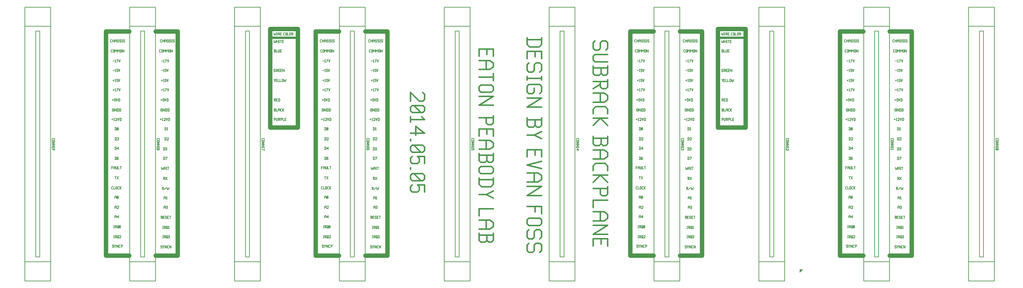
<source format=gto>
G04 start of page 8 for group -4079 idx -4079 *
G04 Title: (unknown), topsilk *
G04 Creator: pcb 20110918 *
G04 CreationDate: Mon May  5 15:54:35 2014 UTC *
G04 For: fosse *
G04 Format: Gerber/RS-274X *
G04 PCB-Dimensions: 2025000 500000 *
G04 PCB-Coordinate-Origin: lower left *
%MOIN*%
%FSLAX25Y25*%
%LNTOPSILK*%
%ADD45C,0.0232*%
%ADD44C,0.0226*%
%ADD43C,0.0224*%
%ADD42C,0.0100*%
%ADD41C,0.0350*%
%ADD40C,0.0700*%
%ADD39C,0.0001*%
G54D39*G36*
X1242557Y72768D02*X1247851D01*
X1242316Y67233D01*
Y72528D01*
X1242556Y72768D01*
X1242557D01*
G37*
G54D40*X176666Y451500D02*X139466D01*
Y94500D01*
X176666D01*
X253466D02*Y451500D01*
X586798Y94500D02*Y451500D01*
X400498Y455500D02*X444498D01*
X253466Y451500D02*X218666D01*
X509998D02*X472798D01*
Y94500D01*
X444498Y455500D02*Y298500D01*
X400498D01*
Y455500D01*
G54D41*Y441500D02*X444498D01*
G54D40*X218666Y94500D02*X253466D01*
X472798D02*X509998D01*
X551998D02*X586798D01*
X1051996D02*X1086796D01*
X972796D02*X1009996D01*
X586798Y451500D02*X551998D01*
X1420128D02*X1385328D01*
X1086796D02*X1051996D01*
X1009996D02*X972796D01*
X1112162Y298500D02*Y455500D01*
X1156162D01*
X1420128Y94500D02*Y451500D01*
X1385328Y94500D02*X1420128D01*
X1306128D02*X1343328D01*
X1306128Y451500D02*Y94500D01*
X1156162Y298500D02*X1112162D01*
X1156162Y455500D02*Y298500D01*
X1343328Y451500D02*X1306128D01*
G54D41*X1112162Y441500D02*X1156162D01*
G54D40*X1086796Y94500D02*Y451500D01*
X972796D02*Y94500D01*
G54D42*X480698Y434500D02*X481998D01*
X479998Y435200D02*X480698Y434500D01*
X479998Y437800D02*Y435200D01*
Y437800D02*X480698Y438500D01*
X481998D01*
X483198D02*Y434500D01*
X485698Y438500D02*Y434500D01*
X483198Y436500D02*X485698D01*
X486898Y437500D02*Y434500D01*
Y437500D02*X487598Y438500D01*
X488698D01*
X489398Y437500D01*
Y434500D01*
X486898Y436500D02*X489398D01*
X492598Y438500D02*X493098Y438000D01*
X491098Y438500D02*X492598D01*
X490598Y438000D02*X491098Y438500D01*
X490598Y438000D02*Y437000D01*
X491098Y436500D01*
X492598D01*
X493098Y436000D01*
Y435000D01*
X492598Y434500D02*X493098Y435000D01*
X491098Y434500D02*X492598D01*
X490598Y435000D02*X491098Y434500D01*
X496298Y438500D02*X496798Y438000D01*
X494798Y438500D02*X496298D01*
X494298Y438000D02*X494798Y438500D01*
X494298Y438000D02*Y437000D01*
X494798Y436500D01*
X496298D01*
X496798Y436000D01*
Y435000D01*
X496298Y434500D02*X496798Y435000D01*
X494798Y434500D02*X496298D01*
X494298Y435000D02*X494798Y434500D01*
X497998Y438500D02*X498998D01*
X498498D02*Y434500D01*
X497998D02*X498998D01*
X502198Y438500D02*X502698Y438000D01*
X500698Y438500D02*X502198D01*
X500198Y438000D02*X500698Y438500D01*
X500198Y438000D02*Y437000D01*
X500698Y436500D01*
X502198D01*
X502698Y436000D01*
Y435000D01*
X502198Y434500D02*X502698Y435000D01*
X500698Y434500D02*X502198D01*
X500198Y435000D02*X500698Y434500D01*
X481698Y418500D02*X482998D01*
X480998Y419200D02*X481698Y418500D01*
X480998Y421800D02*Y419200D01*
Y421800D02*X481698Y422500D01*
X482998D01*
X484198Y422000D02*Y419000D01*
Y422000D02*X484698Y422500D01*
X485698D01*
X486198Y422000D01*
Y419000D01*
X485698Y418500D02*X486198Y419000D01*
X484698Y418500D02*X485698D01*
X484198Y419000D02*X484698Y418500D01*
X487398Y422500D02*Y418500D01*
Y422500D02*X488898Y420500D01*
X490398Y422500D01*
Y418500D01*
X491598Y422500D02*Y418500D01*
Y422500D02*X493098Y420500D01*
X494598Y422500D01*
Y418500D01*
X495798Y422000D02*Y419000D01*
Y422000D02*X496298Y422500D01*
X497298D01*
X497798Y422000D01*
Y419000D01*
X497298Y418500D02*X497798Y419000D01*
X496298Y418500D02*X497298D01*
X495798Y419000D02*X496298Y418500D01*
X498998Y422500D02*Y418500D01*
Y422500D02*X501498Y418500D01*
Y422500D02*Y418500D01*
X483998Y404500D02*X485998D01*
X487198Y405700D02*X487998Y406500D01*
Y402500D01*
X487198D02*X488698D01*
X490398D02*X492398Y406500D01*
X489898D02*X492398D01*
X493598D02*X494598Y402500D01*
X495598Y406500D01*
X483998Y389500D02*X485998D01*
X487198Y390700D02*X487998Y391500D01*
Y387500D01*
X487198D02*X488698D01*
X489898Y391500D02*X491898D01*
X489898D02*Y389500D01*
X490398Y390000D01*
X491398D01*
X491898Y389500D01*
Y388000D01*
X491398Y387500D02*X491898Y388000D01*
X490398Y387500D02*X491398D01*
X489898Y388000D02*X490398Y387500D01*
X493098Y391500D02*X494098Y387500D01*
X495098Y391500D01*
X483998Y373500D02*X485998D01*
X484998Y374500D02*Y372500D01*
X487198Y374700D02*X487998Y375500D01*
Y371500D01*
X487198D02*X488698D01*
X489898Y375500D02*X491898D01*
X489898D02*Y373500D01*
X490398Y374000D01*
X491398D01*
X491898Y373500D01*
Y372000D01*
X491398Y371500D02*X491898Y372000D01*
X490398Y371500D02*X491398D01*
X489898Y372000D02*X490398Y371500D01*
X493098Y375500D02*X494098Y371500D01*
X495098Y375500D01*
X483998Y358500D02*X485998D01*
X484998Y359500D02*Y357500D01*
X487198Y359700D02*X487998Y360500D01*
Y356500D01*
X487198D02*X488698D01*
X490398D02*X492398Y360500D01*
X489898D02*X492398D01*
X493598D02*X494598Y356500D01*
X495598Y360500D01*
X484998Y328500D02*X485498Y328000D01*
X483498Y328500D02*X484998D01*
X482998Y328000D02*X483498Y328500D01*
X482998Y328000D02*Y325000D01*
X483498Y324500D01*
X484998D01*
X485498Y325000D01*
Y326000D02*Y325000D01*
X484998Y326500D02*X485498Y326000D01*
X483998Y326500D02*X484998D01*
X486698Y328500D02*Y324500D01*
Y328500D02*X489198Y324500D01*
Y328500D02*Y324500D01*
X490898Y328500D02*Y324500D01*
X492198Y328500D02*X492898Y327800D01*
Y325200D01*
X492198Y324500D02*X492898Y325200D01*
X490398Y324500D02*X492198D01*
X490398Y328500D02*X492198D01*
X494598D02*Y324500D01*
X495898Y328500D02*X496598Y327800D01*
Y325200D01*
X495898Y324500D02*X496598Y325200D01*
X494098Y324500D02*X495898D01*
X494098Y328500D02*X495898D01*
X482998Y342500D02*X484998D01*
X483998Y343500D02*Y341500D01*
X486198Y344500D02*X488198D01*
X486198D02*Y342500D01*
X486698Y343000D01*
X487698D01*
X488198Y342500D01*
Y341000D01*
X487698Y340500D02*X488198Y341000D01*
X486698Y340500D02*X487698D01*
X486198Y341000D02*X486698Y340500D01*
X489398Y344500D02*X490398Y340500D01*
X491398Y344500D01*
X493098D02*Y340500D01*
X494398Y344500D02*X495098Y343800D01*
Y341200D01*
X494398Y340500D02*X495098Y341200D01*
X492598Y340500D02*X494398D01*
X492598Y344500D02*X494398D01*
X406498Y375500D02*X407498Y373500D01*
X408498Y375500D01*
X407498Y373500D02*Y371500D01*
X409698Y373700D02*X411198D01*
X409698Y371500D02*X411698D01*
X409698Y375500D02*Y371500D01*
Y375500D02*X411698D01*
X412898D02*Y371500D01*
X414898D01*
X416098Y375500D02*Y371500D01*
X418098D01*
X419298Y375000D02*Y372000D01*
Y375000D02*X419798Y375500D01*
X420798D01*
X421298Y375000D01*
Y372000D01*
X420798Y371500D02*X421298Y372000D01*
X419798Y371500D02*X420798D01*
X419298Y372000D02*X419798Y371500D01*
X422498Y375500D02*Y373500D01*
X422998Y371500D01*
X423998Y373500D01*
X424998Y371500D01*
X425498Y373500D01*
Y375500D02*Y373500D01*
X406498Y344500D02*X408498D01*
X408998Y344000D01*
Y343000D01*
X408498Y342500D02*X408998Y343000D01*
X406998Y342500D02*X408498D01*
X406998Y344500D02*Y340500D01*
X407798Y342500D02*X408998Y340500D01*
X410198Y342700D02*X411698D01*
X410198Y340500D02*X412198D01*
X410198Y344500D02*Y340500D01*
Y344500D02*X412198D01*
X413898D02*Y340500D01*
X415198Y344500D02*X415898Y343800D01*
Y341200D01*
X415198Y340500D02*X415898Y341200D01*
X413398Y340500D02*X415198D01*
X413398Y344500D02*X415198D01*
X406498Y324500D02*X408498D01*
X408998Y325000D01*
Y326200D02*Y325000D01*
X408498Y326700D02*X408998Y326200D01*
X406998Y326700D02*X408498D01*
X406998Y328500D02*Y324500D01*
X406498Y328500D02*X408498D01*
X408998Y328000D01*
Y327200D01*
X408498Y326700D02*X408998Y327200D01*
X410198Y328500D02*Y324500D01*
X412198D01*
X413398Y327500D02*Y324500D01*
Y327500D02*X414098Y328500D01*
X415198D01*
X415898Y327500D01*
Y324500D01*
X413398Y326500D02*X415898D01*
X417798Y324500D02*X419098D01*
X417098Y325200D02*X417798Y324500D01*
X417098Y327800D02*Y325200D01*
Y327800D02*X417798Y328500D01*
X419098D01*
X420298D02*Y324500D01*
Y326500D02*X422298Y328500D01*
X420298Y326500D02*X422298Y324500D01*
X406998Y313500D02*Y309500D01*
X406498Y313500D02*X408498D01*
X408998Y313000D01*
Y312000D01*
X408498Y311500D02*X408998Y312000D01*
X406998Y311500D02*X408498D01*
X410198Y313500D02*Y310000D01*
X410698Y309500D01*
X411698D01*
X412198Y310000D01*
Y313500D02*Y310000D01*
X413398Y313500D02*X415398D01*
X415898Y313000D01*
Y312000D01*
X415398Y311500D02*X415898Y312000D01*
X413898Y311500D02*X415398D01*
X413898Y313500D02*Y309500D01*
X414698Y311500D02*X415898Y309500D01*
X417598Y313500D02*Y309500D01*
X417098Y313500D02*X419098D01*
X419598Y313000D01*
Y312000D01*
X419098Y311500D02*X419598Y312000D01*
X417598Y311500D02*X419098D01*
X420798Y313500D02*Y309500D01*
X422798D01*
X423998Y311700D02*X425498D01*
X423998Y309500D02*X425998D01*
X423998Y313500D02*Y309500D01*
Y313500D02*X425998D01*
X408498Y391500D02*X408998Y391000D01*
X406998Y391500D02*X408498D01*
X406498Y391000D02*X406998Y391500D01*
X406498Y391000D02*Y388000D01*
X406998Y387500D01*
X408498D01*
X408998Y388000D01*
Y389000D02*Y388000D01*
X408498Y389500D02*X408998Y389000D01*
X407498Y389500D02*X408498D01*
X410198Y391500D02*X412198D01*
X412698Y391000D01*
Y390000D01*
X412198Y389500D02*X412698Y390000D01*
X410698Y389500D02*X412198D01*
X410698Y391500D02*Y387500D01*
X411498Y389500D02*X412698Y387500D01*
X413898Y389700D02*X415398D01*
X413898Y387500D02*X415898D01*
X413898Y391500D02*Y387500D01*
Y391500D02*X415898D01*
X417098Y389700D02*X418598D01*
X417098Y387500D02*X419098D01*
X417098Y391500D02*Y387500D01*
Y391500D02*X419098D01*
X420298D02*Y387500D01*
Y391500D02*X422798Y387500D01*
Y391500D02*Y387500D01*
X406498Y437500D02*Y435500D01*
X406998Y433500D01*
X407998Y435500D01*
X408998Y433500D01*
X409498Y435500D01*
Y437500D02*Y435500D01*
X410698Y437500D02*Y433500D01*
X413198Y437500D02*Y433500D01*
X410698Y435500D02*X413198D01*
X414398Y437500D02*X415398D01*
X414898D02*Y433500D01*
X414398D02*X415398D01*
X416598Y437500D02*X418598D01*
X417598D02*Y433500D01*
X419798Y435700D02*X421298D01*
X419798Y433500D02*X421798D01*
X419798Y437500D02*Y433500D01*
Y437500D02*X421798D01*
X406498Y418500D02*X408498D01*
X408998Y419000D01*
Y420200D02*Y419000D01*
X408498Y420700D02*X408998Y420200D01*
X406998Y420700D02*X408498D01*
X406998Y422500D02*Y418500D01*
X406498Y422500D02*X408498D01*
X408998Y422000D01*
Y421200D01*
X408498Y420700D02*X408998Y421200D01*
X410198Y422500D02*Y418500D01*
X412198D01*
X413398Y422500D02*Y419000D01*
X413898Y418500D01*
X414898D01*
X415398Y419000D01*
Y422500D02*Y419000D01*
X416598Y420700D02*X418098D01*
X416598Y418500D02*X418598D01*
X416598Y422500D02*Y418500D01*
Y422500D02*X418598D01*
X406498Y449500D02*Y447500D01*
X406998Y445500D01*
X407998Y447500D01*
X408998Y445500D01*
X409498Y447500D01*
Y449500D02*Y447500D01*
X410698Y449500D02*X411698D01*
X411198D02*Y445500D01*
X410698D02*X411698D01*
X412898Y449500D02*X414898D01*
X415398Y449000D01*
Y448000D01*
X414898Y447500D02*X415398Y448000D01*
X413398Y447500D02*X414898D01*
X413398Y449500D02*Y445500D01*
X414198Y447500D02*X415398Y445500D01*
X416598Y447700D02*X418098D01*
X416598Y445500D02*X418598D01*
X416598Y449500D02*Y445500D01*
Y449500D02*X418598D01*
X422298Y445500D02*X423598D01*
X421598Y446200D02*X422298Y445500D01*
X421598Y448800D02*Y446200D01*
Y448800D02*X422298Y449500D01*
X423598D01*
X424798Y449000D02*Y446000D01*
Y449000D02*X425298Y449500D01*
X426298D01*
X426798Y449000D01*
Y446000D01*
X426298Y445500D02*X426798Y446000D01*
X425298Y445500D02*X426298D01*
X424798Y446000D02*X425298Y445500D01*
X427998Y449500D02*Y445500D01*
X429998D01*
X431198Y449000D02*Y446000D01*
Y449000D02*X431698Y449500D01*
X432698D01*
X433198Y449000D01*
Y446000D01*
X432698Y445500D02*X433198Y446000D01*
X431698Y445500D02*X432698D01*
X431198Y446000D02*X431698Y445500D01*
X434398Y449500D02*X436398D01*
X436898Y449000D01*
Y448000D01*
X436398Y447500D02*X436898Y448000D01*
X434898Y447500D02*X436398D01*
X434898Y449500D02*Y445500D01*
X435698Y447500D02*X436898Y445500D01*
X481998Y311500D02*X483998D01*
X482998Y312500D02*Y310500D01*
X485198Y312700D02*X485998Y313500D01*
Y309500D01*
X485198D02*X486698D01*
X487898Y313000D02*X488398Y313500D01*
X489898D01*
X490398Y313000D01*
Y312000D01*
X487898Y309500D02*X490398Y312000D01*
X487898Y309500D02*X490398D01*
X491598Y313500D02*X492598Y309500D01*
X493598Y313500D01*
X495298D02*Y309500D01*
X496598Y313500D02*X497298Y312800D01*
Y310200D01*
X496598Y309500D02*X497298Y310200D01*
X494798Y309500D02*X496598D01*
X494798Y313500D02*X496598D01*
X487498Y282500D02*Y278500D01*
X488798Y282500D02*X489498Y281800D01*
Y279200D01*
X488798Y278500D02*X489498Y279200D01*
X486998Y278500D02*X488798D01*
X486998Y282500D02*X488798D01*
X490698Y282000D02*X491198Y282500D01*
X492698D01*
X493198Y282000D01*
Y281000D01*
X490698Y278500D02*X493198Y281000D01*
X490698Y278500D02*X493198D01*
X487498Y267500D02*Y263500D01*
X488798Y267500D02*X489498Y266800D01*
Y264200D01*
X488798Y263500D02*X489498Y264200D01*
X486998Y263500D02*X488798D01*
X486998Y267500D02*X488798D01*
X490698Y265000D02*X492698Y267500D01*
X490698Y265000D02*X493198D01*
X492698Y267500D02*Y263500D01*
X487498Y298500D02*Y294500D01*
X488798Y298500D02*X489498Y297800D01*
Y295200D01*
X488798Y294500D02*X489498Y295200D01*
X486998Y294500D02*X488798D01*
X486998Y298500D02*X488798D01*
X490698Y295000D02*X491198Y294500D01*
X490698Y298000D02*Y295000D01*
Y298000D02*X491198Y298500D01*
X492198D01*
X492698Y298000D01*
Y295000D01*
X492198Y294500D02*X492698Y295000D01*
X491198Y294500D02*X492198D01*
X490698Y295500D02*X492698Y297500D01*
X487498Y251500D02*Y247500D01*
X488798Y251500D02*X489498Y250800D01*
Y248200D01*
X488798Y247500D02*X489498Y248200D01*
X486998Y247500D02*X488798D01*
X486998Y251500D02*X488798D01*
X492198D02*X492698Y251000D01*
X491198Y251500D02*X492198D01*
X490698Y251000D02*X491198Y251500D01*
X490698Y251000D02*Y248000D01*
X491198Y247500D01*
X492198Y249700D02*X492698Y249200D01*
X490698Y249700D02*X492198D01*
X491198Y247500D02*X492198D01*
X492698Y248000D01*
Y249200D02*Y248000D01*
X481998Y236500D02*Y232500D01*
Y236500D02*X483998D01*
X481998Y234700D02*X483498D01*
X485198Y235500D02*Y232500D01*
Y235500D02*X485898Y236500D01*
X486998D01*
X487698Y235500D01*
Y232500D01*
X485198Y234500D02*X487698D01*
X488898Y236500D02*Y233000D01*
X489398Y232500D01*
X490398D01*
X490898Y233000D01*
Y236500D02*Y233000D01*
X492098Y236500D02*Y232500D01*
X494098D01*
X495298Y236500D02*X497298D01*
X496298D02*Y232500D01*
X486998Y220500D02*X488998D01*
X487998D02*Y216500D01*
X490198D02*X492698Y220500D01*
X490198D02*X492698Y216500D01*
X482698Y200500D02*X483998D01*
X481998Y201200D02*X482698Y200500D01*
X481998Y203800D02*Y201200D01*
Y203800D02*X482698Y204500D01*
X483998D01*
X485198D02*Y200500D01*
X487198D01*
X488398Y204000D02*Y201000D01*
Y204000D02*X488898Y204500D01*
X489898D01*
X490398Y204000D01*
Y201000D01*
X489898Y200500D02*X490398Y201000D01*
X488898Y200500D02*X489898D01*
X488398Y201000D02*X488898Y200500D01*
X492298D02*X493598D01*
X491598Y201200D02*X492298Y200500D01*
X491598Y203800D02*Y201200D01*
Y203800D02*X492298Y204500D01*
X493598D01*
X494798D02*Y200500D01*
Y202500D02*X496798Y204500D01*
X494798Y202500D02*X496798Y200500D01*
X486998Y188500D02*Y185500D01*
Y188500D02*X487698Y189500D01*
X488798D01*
X489498Y188500D01*
Y185500D01*
X486998Y187500D02*X489498D01*
X490698Y186000D02*X491198Y185500D01*
X490698Y189000D02*Y186000D01*
Y189000D02*X491198Y189500D01*
X492198D01*
X492698Y189000D01*
Y186000D01*
X492198Y185500D02*X492698Y186000D01*
X491198Y185500D02*X492198D01*
X490698Y186500D02*X492698Y188500D01*
X486998Y172500D02*Y169500D01*
Y172500D02*X487698Y173500D01*
X488798D01*
X489498Y172500D01*
Y169500D01*
X486998Y171500D02*X489498D01*
X490698Y173000D02*X491198Y173500D01*
X492698D01*
X493198Y173000D01*
Y172000D01*
X490698Y169500D02*X493198Y172000D01*
X490698Y169500D02*X493198D01*
X486998Y157500D02*Y154500D01*
Y157500D02*X487698Y158500D01*
X488798D01*
X489498Y157500D01*
Y154500D01*
X486998Y156500D02*X489498D01*
X490698Y156000D02*X492698Y158500D01*
X490698Y156000D02*X493198D01*
X492698Y158500D02*Y154500D01*
X484998Y142500D02*X485998D01*
X485498D02*Y138500D01*
X484998D02*X485998D01*
X487198Y142500D02*X489198D01*
X489698Y142000D01*
Y141000D01*
X489198Y140500D02*X489698Y141000D01*
X487698Y140500D02*X489198D01*
X487698Y142500D02*Y138500D01*
X488498Y140500D02*X489698Y138500D01*
X490898Y142000D02*Y139000D01*
Y142000D02*X491398Y142500D01*
X492398D01*
X492898Y142000D01*
Y139500D01*
X491898Y138500D02*X492898Y139500D01*
X491398Y138500D02*X491898D01*
X490898Y139000D02*X491398Y138500D01*
X491898Y140000D02*X492898Y138500D01*
X494098Y139000D02*X494598Y138500D01*
X494098Y142000D02*Y139000D01*
Y142000D02*X494598Y142500D01*
X495598D01*
X496098Y142000D01*
Y139000D01*
X495598Y138500D02*X496098Y139000D01*
X494598Y138500D02*X495598D01*
X494098Y139500D02*X496098Y141500D01*
X484998Y126500D02*X485998D01*
X485498D02*Y122500D01*
X484998D02*X485998D01*
X487198Y126500D02*X489198D01*
X489698Y126000D01*
Y125000D01*
X489198Y124500D02*X489698Y125000D01*
X487698Y124500D02*X489198D01*
X487698Y126500D02*Y122500D01*
X488498Y124500D02*X489698Y122500D01*
X490898Y126000D02*Y123000D01*
Y126000D02*X491398Y126500D01*
X492398D01*
X492898Y126000D01*
Y123500D01*
X491898Y122500D02*X492898Y123500D01*
X491398Y122500D02*X491898D01*
X490898Y123000D02*X491398Y122500D01*
X491898Y124000D02*X492898Y122500D01*
X494098Y126000D02*X494598Y126500D01*
X496098D01*
X496598Y126000D01*
Y125000D01*
X494098Y122500D02*X496598Y125000D01*
X494098Y122500D02*X496598D01*
X484998Y111500D02*X485498Y111000D01*
X483498Y111500D02*X484998D01*
X482998Y111000D02*X483498Y111500D01*
X482998Y111000D02*Y110000D01*
X483498Y109500D01*
X484998D01*
X485498Y109000D01*
Y108000D01*
X484998Y107500D02*X485498Y108000D01*
X483498Y107500D02*X484998D01*
X482998Y108000D02*X483498Y107500D01*
X486698Y111500D02*X487698Y109500D01*
X488698Y111500D01*
X487698Y109500D02*Y107500D01*
X489898Y111500D02*Y107500D01*
Y111500D02*X492398Y107500D01*
Y111500D02*Y107500D01*
X494298D02*X495598D01*
X493598Y108200D02*X494298Y107500D01*
X493598Y110800D02*Y108200D01*
Y110800D02*X494298Y111500D01*
X495598D01*
X497298D02*Y107500D01*
X496798Y111500D02*X498798D01*
X499298Y111000D01*
Y110000D01*
X498798Y109500D02*X499298Y110000D01*
X497298Y109500D02*X498798D01*
X564498Y266500D02*Y262500D01*
X565798Y266500D02*X566498Y265800D01*
Y263200D01*
X565798Y262500D02*X566498Y263200D01*
X563998Y262500D02*X565798D01*
X563998Y266500D02*X565798D01*
X567698Y266000D02*X568198Y266500D01*
X569198D01*
X569698Y266000D01*
X569198Y262500D02*X569698Y263000D01*
X568198Y262500D02*X569198D01*
X567698Y263000D02*X568198Y262500D01*
Y264700D02*X569198D01*
X569698Y266000D02*Y265200D01*
Y264200D02*Y263000D01*
Y264200D02*X569198Y264700D01*
X569698Y265200D02*X569198Y264700D01*
X564498Y282500D02*Y278500D01*
X565798Y282500D02*X566498Y281800D01*
Y279200D01*
X565798Y278500D02*X566498Y279200D01*
X563998Y278500D02*X565798D01*
X563998Y282500D02*X565798D01*
X567698Y282000D02*X568198Y282500D01*
X569698D01*
X570198Y282000D01*
Y281000D01*
X567698Y278500D02*X570198Y281000D01*
X567698Y278500D02*X570198D01*
X564498Y251500D02*Y247500D01*
X565798Y251500D02*X566498Y250800D01*
Y248200D01*
X565798Y247500D02*X566498Y248200D01*
X563998Y247500D02*X565798D01*
X563998Y251500D02*X565798D01*
X568198Y247500D02*X570198Y251500D01*
X567698D02*X570198D01*
X560998Y235500D02*Y233500D01*
X561498Y231500D01*
X562498Y233500D01*
X563498Y231500D01*
X563998Y233500D01*
Y235500D02*Y233500D01*
X565198Y234500D02*Y231500D01*
Y234500D02*X565898Y235500D01*
X566998D01*
X567698Y234500D01*
Y231500D01*
X565198Y233500D02*X567698D01*
X568898Y235500D02*X569898D01*
X569398D02*Y231500D01*
X568898D02*X569898D01*
X571098Y235500D02*X573098D01*
X572098D02*Y231500D01*
X563998Y219500D02*X565998D01*
X566498Y219000D01*
Y218000D01*
X565998Y217500D02*X566498Y218000D01*
X564498Y217500D02*X565998D01*
X564498Y219500D02*Y215500D01*
X565298Y217500D02*X566498Y215500D01*
X567698D02*X570198Y219500D01*
X567698D02*X570198Y215500D01*
X561998Y203500D02*X563998D01*
X564498Y203000D01*
Y202000D01*
X563998Y201500D02*X564498Y202000D01*
X562498Y201500D02*X563998D01*
X562498Y203500D02*Y199500D01*
X563298Y201500D02*X564498Y199500D01*
X565698Y200000D02*X568698Y203000D01*
X569898Y203500D02*Y201500D01*
X570398Y199500D01*
X571398Y201500D01*
X572398Y199500D01*
X572898Y201500D01*
Y203500D02*Y201500D01*
X564998Y187500D02*Y184500D01*
Y187500D02*X565698Y188500D01*
X566798D01*
X567498Y187500D01*
Y184500D01*
X564998Y186500D02*X567498D01*
X568698Y187700D02*X569498Y188500D01*
Y184500D01*
X568698D02*X570198D01*
X564998Y172500D02*Y169500D01*
Y172500D02*X565698Y173500D01*
X566798D01*
X567498Y172500D01*
Y169500D01*
X564998Y171500D02*X567498D01*
X568698Y173000D02*X569198Y173500D01*
X570198D01*
X570698Y173000D01*
X570198Y169500D02*X570698Y170000D01*
X569198Y169500D02*X570198D01*
X568698Y170000D02*X569198Y169500D01*
Y171700D02*X570198D01*
X570698Y173000D02*Y172200D01*
Y171200D02*Y170000D01*
Y171200D02*X570198Y171700D01*
X570698Y172200D02*X570198Y171700D01*
X559998Y157500D02*X561998D01*
X562498Y157000D01*
Y156000D01*
X561998Y155500D02*X562498Y156000D01*
X560498Y155500D02*X561998D01*
X560498Y157500D02*Y153500D01*
X561298Y155500D02*X562498Y153500D01*
X563698Y155700D02*X565198D01*
X563698Y153500D02*X565698D01*
X563698Y157500D02*Y153500D01*
Y157500D02*X565698D01*
X568898D02*X569398Y157000D01*
X567398Y157500D02*X568898D01*
X566898Y157000D02*X567398Y157500D01*
X566898Y157000D02*Y156000D01*
X567398Y155500D01*
X568898D01*
X569398Y155000D01*
Y154000D01*
X568898Y153500D02*X569398Y154000D01*
X567398Y153500D02*X568898D01*
X566898Y154000D02*X567398Y153500D01*
X570598Y155700D02*X572098D01*
X570598Y153500D02*X572598D01*
X570598Y157500D02*Y153500D01*
Y157500D02*X572598D01*
X573798D02*X575798D01*
X574798D02*Y153500D01*
X562998Y141500D02*X563998D01*
X563498D02*Y137500D01*
X562998D02*X563998D01*
X565198Y141500D02*X567198D01*
X567698Y141000D01*
Y140000D01*
X567198Y139500D02*X567698Y140000D01*
X565698Y139500D02*X567198D01*
X565698Y141500D02*Y137500D01*
X566498Y139500D02*X567698Y137500D01*
X568898Y141000D02*Y138000D01*
Y141000D02*X569398Y141500D01*
X570398D01*
X570898Y141000D01*
Y138500D01*
X569898Y137500D02*X570898Y138500D01*
X569398Y137500D02*X569898D01*
X568898Y138000D02*X569398Y137500D01*
X569898Y139000D02*X570898Y137500D01*
X572098Y140700D02*X572898Y141500D01*
Y137500D01*
X572098D02*X573598D01*
X562998Y126500D02*X563998D01*
X563498D02*Y122500D01*
X562998D02*X563998D01*
X565198Y126500D02*X567198D01*
X567698Y126000D01*
Y125000D01*
X567198Y124500D02*X567698Y125000D01*
X565698Y124500D02*X567198D01*
X565698Y126500D02*Y122500D01*
X566498Y124500D02*X567698Y122500D01*
X568898Y126000D02*Y123000D01*
Y126000D02*X569398Y126500D01*
X570398D01*
X570898Y126000D01*
Y123500D01*
X569898Y122500D02*X570898Y123500D01*
X569398Y122500D02*X569898D01*
X568898Y123000D02*X569398Y122500D01*
X569898Y124000D02*X570898Y122500D01*
X572098Y126000D02*X572598Y126500D01*
X573598D01*
X574098Y126000D01*
X573598Y122500D02*X574098Y123000D01*
X572598Y122500D02*X573598D01*
X572098Y123000D02*X572598Y122500D01*
Y124700D02*X573598D01*
X574098Y126000D02*Y125200D01*
Y124200D02*Y123000D01*
Y124200D02*X573598Y124700D01*
X574098Y125200D02*X573598Y124700D01*
X561998Y110500D02*X562498Y110000D01*
X560498Y110500D02*X561998D01*
X559998Y110000D02*X560498Y110500D01*
X559998Y110000D02*Y109000D01*
X560498Y108500D01*
X561998D01*
X562498Y108000D01*
Y107000D01*
X561998Y106500D02*X562498Y107000D01*
X560498Y106500D02*X561998D01*
X559998Y107000D02*X560498Y106500D01*
X563698Y110500D02*X564698Y108500D01*
X565698Y110500D01*
X564698Y108500D02*Y106500D01*
X566898Y110500D02*Y106500D01*
Y110500D02*X569398Y106500D01*
Y110500D02*Y106500D01*
X571298D02*X572598D01*
X570598Y107200D02*X571298Y106500D01*
X570598Y109800D02*Y107200D01*
Y109800D02*X571298Y110500D01*
X572598D01*
X573798D02*Y106500D01*
Y110500D02*X576298Y106500D01*
Y110500D02*Y106500D01*
X557698Y434500D02*X558998D01*
X556998Y435200D02*X557698Y434500D01*
X556998Y437800D02*Y435200D01*
Y437800D02*X557698Y438500D01*
X558998D01*
X560198D02*Y434500D01*
X562698Y438500D02*Y434500D01*
X560198Y436500D02*X562698D01*
X563898Y437500D02*Y434500D01*
Y437500D02*X564598Y438500D01*
X565698D01*
X566398Y437500D01*
Y434500D01*
X563898Y436500D02*X566398D01*
X569598Y438500D02*X570098Y438000D01*
X568098Y438500D02*X569598D01*
X567598Y438000D02*X568098Y438500D01*
X567598Y438000D02*Y437000D01*
X568098Y436500D01*
X569598D01*
X570098Y436000D01*
Y435000D01*
X569598Y434500D02*X570098Y435000D01*
X568098Y434500D02*X569598D01*
X567598Y435000D02*X568098Y434500D01*
X573298Y438500D02*X573798Y438000D01*
X571798Y438500D02*X573298D01*
X571298Y438000D02*X571798Y438500D01*
X571298Y438000D02*Y437000D01*
X571798Y436500D01*
X573298D01*
X573798Y436000D01*
Y435000D01*
X573298Y434500D02*X573798Y435000D01*
X571798Y434500D02*X573298D01*
X571298Y435000D02*X571798Y434500D01*
X574998Y438500D02*X575998D01*
X575498D02*Y434500D01*
X574998D02*X575998D01*
X579198Y438500D02*X579698Y438000D01*
X577698Y438500D02*X579198D01*
X577198Y438000D02*X577698Y438500D01*
X577198Y438000D02*Y437000D01*
X577698Y436500D01*
X579198D01*
X579698Y436000D01*
Y435000D01*
X579198Y434500D02*X579698Y435000D01*
X577698Y434500D02*X579198D01*
X577198Y435000D02*X577698Y434500D01*
X560998Y404500D02*X562998D01*
X564198Y405700D02*X564998Y406500D01*
Y402500D01*
X564198D02*X565698D01*
X567398D02*X569398Y406500D01*
X566898D02*X569398D01*
X570598D02*X571598Y402500D01*
X572598Y406500D01*
X558698Y418500D02*X559998D01*
X557998Y419200D02*X558698Y418500D01*
X557998Y421800D02*Y419200D01*
Y421800D02*X558698Y422500D01*
X559998D01*
X561198Y422000D02*Y419000D01*
Y422000D02*X561698Y422500D01*
X562698D01*
X563198Y422000D01*
Y419000D01*
X562698Y418500D02*X563198Y419000D01*
X561698Y418500D02*X562698D01*
X561198Y419000D02*X561698Y418500D01*
X564398Y422500D02*Y418500D01*
Y422500D02*X565898Y420500D01*
X567398Y422500D01*
Y418500D01*
X568598Y422500D02*Y418500D01*
Y422500D02*X570098Y420500D01*
X571598Y422500D01*
Y418500D01*
X572798Y422000D02*Y419000D01*
Y422000D02*X573298Y422500D01*
X574298D01*
X574798Y422000D01*
Y419000D01*
X574298Y418500D02*X574798Y419000D01*
X573298Y418500D02*X574298D01*
X572798Y419000D02*X573298Y418500D01*
X575998Y422500D02*Y418500D01*
Y422500D02*X578498Y418500D01*
Y422500D02*Y418500D01*
X560998Y389500D02*X562998D01*
X564198Y390700D02*X564998Y391500D01*
Y387500D01*
X564198D02*X565698D01*
X566898Y391500D02*X568898D01*
X566898D02*Y389500D01*
X567398Y390000D01*
X568398D01*
X568898Y389500D01*
Y388000D01*
X568398Y387500D02*X568898Y388000D01*
X567398Y387500D02*X568398D01*
X566898Y388000D02*X567398Y387500D01*
X570098Y391500D02*X571098Y387500D01*
X572098Y391500D01*
X560998Y373500D02*X562998D01*
X561998Y374500D02*Y372500D01*
X564198Y374700D02*X564998Y375500D01*
Y371500D01*
X564198D02*X565698D01*
X566898Y375500D02*X568898D01*
X566898D02*Y373500D01*
X567398Y374000D01*
X568398D01*
X568898Y373500D01*
Y372000D01*
X568398Y371500D02*X568898Y372000D01*
X567398Y371500D02*X568398D01*
X566898Y372000D02*X567398Y371500D01*
X570098Y375500D02*X571098Y371500D01*
X572098Y375500D01*
X560998Y358500D02*X562998D01*
X561998Y359500D02*Y357500D01*
X564198Y359700D02*X564998Y360500D01*
Y356500D01*
X564198D02*X565698D01*
X567398D02*X569398Y360500D01*
X566898D02*X569398D01*
X570598D02*X571598Y356500D01*
X572598Y360500D01*
X559998Y342500D02*X561998D01*
X560998Y343500D02*Y341500D01*
X563198Y344500D02*X565198D01*
X563198D02*Y342500D01*
X563698Y343000D01*
X564698D01*
X565198Y342500D01*
Y341000D01*
X564698Y340500D02*X565198Y341000D01*
X563698Y340500D02*X564698D01*
X563198Y341000D02*X563698Y340500D01*
X566398Y344500D02*X567398Y340500D01*
X568398Y344500D01*
X570098D02*Y340500D01*
X571398Y344500D02*X572098Y343800D01*
Y341200D01*
X571398Y340500D02*X572098Y341200D01*
X569598Y340500D02*X571398D01*
X569598Y344500D02*X571398D01*
X561998Y328500D02*X562498Y328000D01*
X560498Y328500D02*X561998D01*
X559998Y328000D02*X560498Y328500D01*
X559998Y328000D02*Y325000D01*
X560498Y324500D01*
X561998D01*
X562498Y325000D01*
Y326000D02*Y325000D01*
X561998Y326500D02*X562498Y326000D01*
X560998Y326500D02*X561998D01*
X563698Y328500D02*Y324500D01*
Y328500D02*X566198Y324500D01*
Y328500D02*Y324500D01*
X567898Y328500D02*Y324500D01*
X569198Y328500D02*X569898Y327800D01*
Y325200D01*
X569198Y324500D02*X569898Y325200D01*
X567398Y324500D02*X569198D01*
X567398Y328500D02*X569198D01*
X571598D02*Y324500D01*
X572898Y328500D02*X573598Y327800D01*
Y325200D01*
X572898Y324500D02*X573598Y325200D01*
X571098Y324500D02*X572898D01*
X571098Y328500D02*X572898D01*
X558998Y311500D02*X560998D01*
X559998Y312500D02*Y310500D01*
X562198Y312700D02*X562998Y313500D01*
Y309500D01*
X562198D02*X563698D01*
X564898Y313000D02*X565398Y313500D01*
X566898D01*
X567398Y313000D01*
Y312000D01*
X564898Y309500D02*X567398Y312000D01*
X564898Y309500D02*X567398D01*
X568598Y313500D02*X569598Y309500D01*
X570598Y313500D01*
X572298D02*Y309500D01*
X573598Y313500D02*X574298Y312800D01*
Y310200D01*
X573598Y309500D02*X574298Y310200D01*
X571798Y309500D02*X573598D01*
X571798Y313500D02*X573598D01*
X564498Y298500D02*Y294500D01*
X565798Y298500D02*X566498Y297800D01*
Y295200D01*
X565798Y294500D02*X566498Y295200D01*
X563998Y294500D02*X565798D01*
X563998Y298500D02*X565798D01*
X567698Y297700D02*X568498Y298500D01*
Y294500D01*
X567698D02*X569198D01*
G54D43*X643098Y354500D02*X645898Y351700D01*
Y343300D01*
X643098Y340500D01*
X637498D02*X643098D01*
X623498Y354500D02*X637498Y340500D01*
X623498Y354500D02*Y340500D01*
X626298Y333780D02*X623498Y330980D01*
X626298Y333780D02*X643098D01*
X645898Y330980D01*
Y325380D01*
X643098Y322580D01*
X626298D02*X643098D01*
X623498Y325380D02*X626298Y322580D01*
X623498Y330980D02*Y325380D01*
X629098Y333780D02*X640298Y322580D01*
X641418Y315860D02*X645898Y311380D01*
X623498D02*X645898D01*
X623498Y315860D02*Y307460D01*
X631898Y300740D02*X645898Y289540D01*
X631898Y300740D02*Y286740D01*
X623498Y289540D02*X645898D01*
X623498Y280020D02*Y277220D01*
X626298Y270500D02*X623498Y267700D01*
X626298Y270500D02*X643098D01*
X645898Y267700D01*
Y262100D01*
X643098Y259300D01*
X626298D02*X643098D01*
X623498Y262100D02*X626298Y259300D01*
X623498Y267700D02*Y262100D01*
X629098Y270500D02*X640298Y259300D01*
X645898Y252580D02*Y241380D01*
X634698Y252580D02*X645898D01*
X634698D02*X637498Y249780D01*
Y244180D01*
X634698Y241380D01*
X626298D02*X634698D01*
X623498Y244180D02*X626298Y241380D01*
X623498Y249780D02*Y244180D01*
X626298Y252580D02*X623498Y249780D01*
Y234660D02*Y231860D01*
X626298Y225140D02*X623498Y222340D01*
X626298Y225140D02*X643098D01*
X645898Y222340D01*
Y216740D01*
X643098Y213940D01*
X626298D02*X643098D01*
X623498Y216740D02*X626298Y213940D01*
X623498Y222340D02*Y216740D01*
X629098Y225140D02*X640298Y213940D01*
X645898Y207220D02*Y196020D01*
X634698Y207220D02*X645898D01*
X634698D02*X637498Y204420D01*
Y198820D01*
X634698Y196020D01*
X626298D02*X634698D01*
X623498Y198820D02*X626298Y196020D01*
X623498Y204420D02*Y198820D01*
X626298Y207220D02*X623498Y204420D01*
G54D44*X744977Y423500D02*Y415025D01*
X732547Y423500D02*Y412200D01*
Y423500D02*X755147D01*
Y412200D01*
X732547Y405420D02*X749497D01*
X755147Y401465D01*
Y395250D01*
X749497Y391295D01*
X732547D02*X749497D01*
X743847Y405420D02*Y391295D01*
X755147Y384515D02*Y373215D01*
X732547Y378865D02*X755147D01*
X735372Y366435D02*X752322D01*
X755147Y363610D01*
Y357960D01*
X752322Y355135D01*
X735372D02*X752322D01*
X732547Y357960D02*X735372Y355135D01*
X732547Y363610D02*Y357960D01*
X735372Y366435D02*X732547Y363610D01*
Y348355D02*X755147D01*
X732547Y334230D01*
X755147D01*
X732547Y314455D02*X755147D01*
Y317280D02*Y305980D01*
X752322Y303155D01*
X746672D02*X752322D01*
X743847Y305980D02*X746672Y303155D01*
X743847Y314455D02*Y305980D01*
X744977Y296375D02*Y287900D01*
X732547Y296375D02*Y285075D01*
Y296375D02*X755147D01*
Y285075D01*
X732547Y278295D02*X749497D01*
X755147Y274340D01*
Y268125D01*
X749497Y264170D01*
X732547D02*X749497D01*
X743847Y278295D02*Y264170D01*
X732547Y257390D02*Y246090D01*
X735372Y243265D01*
X742152D01*
X744977Y246090D02*X742152Y243265D01*
X744977Y254565D02*Y246090D01*
X732547Y254565D02*X755147D01*
Y257390D02*Y246090D01*
X752322Y243265D01*
X747802D02*X752322D01*
X744977Y246090D02*X747802Y243265D01*
X735372Y236485D02*X752322D01*
X755147Y233660D01*
Y228010D01*
X752322Y225185D01*
X735372D02*X752322D01*
X732547Y228010D02*X735372Y225185D01*
X732547Y233660D02*Y228010D01*
X735372Y236485D02*X732547Y233660D01*
Y215580D02*X755147D01*
Y208235D02*X751192Y204280D01*
X736502D02*X751192D01*
X732547Y208235D02*X736502Y204280D01*
X732547Y218405D02*Y208235D01*
X755147Y218405D02*Y208235D01*
Y197500D02*X743847Y191850D01*
X755147Y186200D01*
X732547Y191850D02*X743847D01*
X732547Y169250D02*X755147D01*
X732547D02*Y157950D01*
Y151170D02*X749497D01*
X755147Y147215D01*
Y141000D01*
X749497Y137045D01*
X732547D02*X749497D01*
X743847Y151170D02*Y137045D01*
X732547Y130265D02*Y118965D01*
X735372Y116140D01*
X742152D01*
X744977Y118965D02*X742152Y116140D01*
X744977Y127440D02*Y118965D01*
X732547Y127440D02*X755147D01*
Y130265D02*Y118965D01*
X752322Y116140D01*
X747802D02*X752322D01*
X744977Y118965D02*X747802Y116140D01*
G54D45*X808797Y438600D02*X831997D01*
Y431060D02*X827937Y427000D01*
X812857D02*X827937D01*
X808797Y431060D02*X812857Y427000D01*
X808797Y441500D02*Y431060D01*
X831997Y441500D02*Y431060D01*
X821557Y420040D02*Y411340D01*
X808797Y420040D02*Y408440D01*
Y420040D02*X831997D01*
Y408440D01*
Y389880D02*X829097Y386980D01*
X831997Y398580D02*Y389880D01*
X829097Y401480D02*X831997Y398580D01*
X823297Y401480D02*X829097D01*
X823297D02*X820397Y398580D01*
Y389880D01*
X817497Y386980D01*
X811697D02*X817497D01*
X808797Y389880D02*X811697Y386980D01*
X808797Y398580D02*Y389880D01*
X811697Y401480D02*X808797Y398580D01*
X831997Y380020D02*Y374220D01*
X808797Y377120D02*X831997D01*
X808797Y380020D02*Y374220D01*
X831997Y355660D02*X829097Y352760D01*
X831997Y364360D02*Y355660D01*
X829097Y367260D02*X831997Y364360D01*
X811697Y367260D02*X829097D01*
X811697D02*X808797Y364360D01*
Y355660D01*
X811697Y352760D01*
X817497D01*
X820397Y355660D02*X817497Y352760D01*
X820397Y361460D02*Y355660D01*
X808797Y345800D02*X831997D01*
X808797Y331300D01*
X831997D01*
X808797Y313900D02*Y302300D01*
X811697Y299400D01*
X818657D01*
X821557Y302300D02*X818657Y299400D01*
X821557Y311000D02*Y302300D01*
X808797Y311000D02*X831997D01*
Y313900D02*Y302300D01*
X829097Y299400D01*
X824457D02*X829097D01*
X821557Y302300D02*X824457Y299400D01*
X831997Y292440D02*X820397Y286640D01*
X831997Y280840D01*
X808797Y286640D02*X820397D01*
X821557Y263440D02*Y254740D01*
X808797Y263440D02*Y251840D01*
Y263440D02*X831997D01*
Y251840D01*
Y244880D02*X808797Y239080D01*
X831997Y233280D01*
X808797Y226320D02*X826197D01*
X831997Y222260D01*
Y215880D01*
X826197Y211820D01*
X808797D02*X826197D01*
X820397Y226320D02*Y211820D01*
X808797Y204860D02*X831997D01*
X808797Y190360D01*
X831997D01*
X808797Y172960D02*X831997D01*
Y161360D01*
X821557Y172960D02*Y164260D01*
X811697Y154400D02*X829097D01*
X831997Y151500D01*
Y145700D01*
X829097Y142800D01*
X811697D02*X829097D01*
X808797Y145700D02*X811697Y142800D01*
X808797Y151500D02*Y145700D01*
X811697Y154400D02*X808797Y151500D01*
X831997Y124240D02*X829097Y121340D01*
X831997Y132940D02*Y124240D01*
X829097Y135840D02*X831997Y132940D01*
X823297Y135840D02*X829097D01*
X823297D02*X820397Y132940D01*
Y124240D01*
X817497Y121340D01*
X811697D02*X817497D01*
X808797Y124240D02*X811697Y121340D01*
X808797Y132940D02*Y124240D01*
X811697Y135840D02*X808797Y132940D01*
X831997Y102780D02*X829097Y99880D01*
X831997Y111480D02*Y102780D01*
X829097Y114380D02*X831997Y111480D01*
X823297Y114380D02*X829097D01*
X823297D02*X820397Y111480D01*
Y102780D01*
X817497Y99880D01*
X811697D02*X817497D01*
X808797Y102780D02*X811697Y99880D01*
X808797Y111480D02*Y102780D01*
X811697Y114380D02*X808797Y111480D01*
G54D42*X154166Y282500D02*Y278500D01*
X155466Y282500D02*X156166Y281800D01*
Y279200D01*
X155466Y278500D02*X156166Y279200D01*
X153666Y278500D02*X155466D01*
X153666Y282500D02*X155466D01*
X157366Y282000D02*X157866Y282500D01*
X159366D01*
X159866Y282000D01*
Y281000D01*
X157366Y278500D02*X159866Y281000D01*
X157366Y278500D02*X159866D01*
X154166Y298500D02*Y294500D01*
X155466Y298500D02*X156166Y297800D01*
Y295200D01*
X155466Y294500D02*X156166Y295200D01*
X153666Y294500D02*X155466D01*
X153666Y298500D02*X155466D01*
X157366Y295000D02*X157866Y294500D01*
X157366Y298000D02*Y295000D01*
Y298000D02*X157866Y298500D01*
X158866D01*
X159366Y298000D01*
Y295000D01*
X158866Y294500D02*X159366Y295000D01*
X157866Y294500D02*X158866D01*
X157366Y295500D02*X159366Y297500D01*
X154166Y267500D02*Y263500D01*
X155466Y267500D02*X156166Y266800D01*
Y264200D01*
X155466Y263500D02*X156166Y264200D01*
X153666Y263500D02*X155466D01*
X153666Y267500D02*X155466D01*
X157366Y265000D02*X159366Y267500D01*
X157366Y265000D02*X159866D01*
X159366Y267500D02*Y263500D01*
X154166Y251500D02*Y247500D01*
X155466Y251500D02*X156166Y250800D01*
Y248200D01*
X155466Y247500D02*X156166Y248200D01*
X153666Y247500D02*X155466D01*
X153666Y251500D02*X155466D01*
X158866D02*X159366Y251000D01*
X157866Y251500D02*X158866D01*
X157366Y251000D02*X157866Y251500D01*
X157366Y251000D02*Y248000D01*
X157866Y247500D01*
X158866Y249700D02*X159366Y249200D01*
X157366Y249700D02*X158866D01*
X157866Y247500D02*X158866D01*
X159366Y248000D01*
Y249200D02*Y248000D01*
X153666Y220500D02*X155666D01*
X154666D02*Y216500D01*
X156866D02*X159366Y220500D01*
X156866D02*X159366Y216500D01*
X148666Y236500D02*Y232500D01*
Y236500D02*X150666D01*
X148666Y234700D02*X150166D01*
X151866Y235500D02*Y232500D01*
Y235500D02*X152566Y236500D01*
X153666D01*
X154366Y235500D01*
Y232500D01*
X151866Y234500D02*X154366D01*
X155566Y236500D02*Y233000D01*
X156066Y232500D01*
X157066D01*
X157566Y233000D01*
Y236500D02*Y233000D01*
X158766Y236500D02*Y232500D01*
X160766D01*
X161966Y236500D02*X163966D01*
X162966D02*Y232500D01*
X149366Y200500D02*X150666D01*
X148666Y201200D02*X149366Y200500D01*
X148666Y203800D02*Y201200D01*
Y203800D02*X149366Y204500D01*
X150666D01*
X151866D02*Y200500D01*
X153866D01*
X155066Y204000D02*Y201000D01*
Y204000D02*X155566Y204500D01*
X156566D01*
X157066Y204000D01*
Y201000D01*
X156566Y200500D02*X157066Y201000D01*
X155566Y200500D02*X156566D01*
X155066Y201000D02*X155566Y200500D01*
X158966D02*X160266D01*
X158266Y201200D02*X158966Y200500D01*
X158266Y203800D02*Y201200D01*
Y203800D02*X158966Y204500D01*
X160266D01*
X161466D02*Y200500D01*
Y202500D02*X163466Y204500D01*
X161466Y202500D02*X163466Y200500D01*
X153666Y188500D02*Y185500D01*
Y188500D02*X154366Y189500D01*
X155466D01*
X156166Y188500D01*
Y185500D01*
X153666Y187500D02*X156166D01*
X157366Y186000D02*X157866Y185500D01*
X157366Y189000D02*Y186000D01*
Y189000D02*X157866Y189500D01*
X158866D01*
X159366Y189000D01*
Y186000D01*
X158866Y185500D02*X159366Y186000D01*
X157866Y185500D02*X158866D01*
X157366Y186500D02*X159366Y188500D01*
X153666Y172500D02*Y169500D01*
Y172500D02*X154366Y173500D01*
X155466D01*
X156166Y172500D01*
Y169500D01*
X153666Y171500D02*X156166D01*
X157366Y173000D02*X157866Y173500D01*
X159366D01*
X159866Y173000D01*
Y172000D01*
X157366Y169500D02*X159866Y172000D01*
X157366Y169500D02*X159866D01*
X153666Y157500D02*Y154500D01*
Y157500D02*X154366Y158500D01*
X155466D01*
X156166Y157500D01*
Y154500D01*
X153666Y156500D02*X156166D01*
X157366Y156000D02*X159366Y158500D01*
X157366Y156000D02*X159866D01*
X159366Y158500D02*Y154500D01*
X151666Y142500D02*X152666D01*
X152166D02*Y138500D01*
X151666D02*X152666D01*
X153866Y142500D02*X155866D01*
X156366Y142000D01*
Y141000D01*
X155866Y140500D02*X156366Y141000D01*
X154366Y140500D02*X155866D01*
X154366Y142500D02*Y138500D01*
X155166Y140500D02*X156366Y138500D01*
X157566Y142000D02*Y139000D01*
Y142000D02*X158066Y142500D01*
X159066D01*
X159566Y142000D01*
Y139500D01*
X158566Y138500D02*X159566Y139500D01*
X158066Y138500D02*X158566D01*
X157566Y139000D02*X158066Y138500D01*
X158566Y140000D02*X159566Y138500D01*
X160766Y139000D02*X161266Y138500D01*
X160766Y142000D02*Y139000D01*
Y142000D02*X161266Y142500D01*
X162266D01*
X162766Y142000D01*
Y139000D01*
X162266Y138500D02*X162766Y139000D01*
X161266Y138500D02*X162266D01*
X160766Y139500D02*X162766Y141500D01*
X151666Y126500D02*X152666D01*
X152166D02*Y122500D01*
X151666D02*X152666D01*
X153866Y126500D02*X155866D01*
X156366Y126000D01*
Y125000D01*
X155866Y124500D02*X156366Y125000D01*
X154366Y124500D02*X155866D01*
X154366Y126500D02*Y122500D01*
X155166Y124500D02*X156366Y122500D01*
X157566Y126000D02*Y123000D01*
Y126000D02*X158066Y126500D01*
X159066D01*
X159566Y126000D01*
Y123500D01*
X158566Y122500D02*X159566Y123500D01*
X158066Y122500D02*X158566D01*
X157566Y123000D02*X158066Y122500D01*
X158566Y124000D02*X159566Y122500D01*
X160766Y126000D02*X161266Y126500D01*
X162766D01*
X163266Y126000D01*
Y125000D01*
X160766Y122500D02*X163266Y125000D01*
X160766Y122500D02*X163266D01*
X151666Y111500D02*X152166Y111000D01*
X150166Y111500D02*X151666D01*
X149666Y111000D02*X150166Y111500D01*
X149666Y111000D02*Y110000D01*
X150166Y109500D01*
X151666D01*
X152166Y109000D01*
Y108000D01*
X151666Y107500D02*X152166Y108000D01*
X150166Y107500D02*X151666D01*
X149666Y108000D02*X150166Y107500D01*
X153366Y111500D02*X154366Y109500D01*
X155366Y111500D01*
X154366Y109500D02*Y107500D01*
X156566Y111500D02*Y107500D01*
Y111500D02*X159066Y107500D01*
Y111500D02*Y107500D01*
X160966D02*X162266D01*
X160266Y108200D02*X160966Y107500D01*
X160266Y110800D02*Y108200D01*
Y110800D02*X160966Y111500D01*
X162266D01*
X163966D02*Y107500D01*
X163466Y111500D02*X165466D01*
X165966Y111000D01*
Y110000D01*
X165466Y109500D02*X165966Y110000D01*
X163966Y109500D02*X165466D01*
X150666Y373500D02*X152666D01*
X151666Y374500D02*Y372500D01*
X153866Y374700D02*X154666Y375500D01*
Y371500D01*
X153866D02*X155366D01*
X156566Y375500D02*X158566D01*
X156566D02*Y373500D01*
X157066Y374000D01*
X158066D01*
X158566Y373500D01*
Y372000D01*
X158066Y371500D02*X158566Y372000D01*
X157066Y371500D02*X158066D01*
X156566Y372000D02*X157066Y371500D01*
X159766Y375500D02*X160766Y371500D01*
X161766Y375500D01*
X150666Y358500D02*X152666D01*
X151666Y359500D02*Y357500D01*
X153866Y359700D02*X154666Y360500D01*
Y356500D01*
X153866D02*X155366D01*
X157066D02*X159066Y360500D01*
X156566D02*X159066D01*
X160266D02*X161266Y356500D01*
X162266Y360500D01*
X151666Y328500D02*X152166Y328000D01*
X150166Y328500D02*X151666D01*
X149666Y328000D02*X150166Y328500D01*
X149666Y328000D02*Y325000D01*
X150166Y324500D01*
X151666D01*
X152166Y325000D01*
Y326000D02*Y325000D01*
X151666Y326500D02*X152166Y326000D01*
X150666Y326500D02*X151666D01*
X153366Y328500D02*Y324500D01*
Y328500D02*X155866Y324500D01*
Y328500D02*Y324500D01*
X157566Y328500D02*Y324500D01*
X158866Y328500D02*X159566Y327800D01*
Y325200D01*
X158866Y324500D02*X159566Y325200D01*
X157066Y324500D02*X158866D01*
X157066Y328500D02*X158866D01*
X161266D02*Y324500D01*
X162566Y328500D02*X163266Y327800D01*
Y325200D01*
X162566Y324500D02*X163266Y325200D01*
X160766Y324500D02*X162566D01*
X160766Y328500D02*X162566D01*
X148666Y311500D02*X150666D01*
X149666Y312500D02*Y310500D01*
X151866Y312700D02*X152666Y313500D01*
Y309500D01*
X151866D02*X153366D01*
X154566Y313000D02*X155066Y313500D01*
X156566D01*
X157066Y313000D01*
Y312000D01*
X154566Y309500D02*X157066Y312000D01*
X154566Y309500D02*X157066D01*
X158266Y313500D02*X159266Y309500D01*
X160266Y313500D01*
X161966D02*Y309500D01*
X163266Y313500D02*X163966Y312800D01*
Y310200D01*
X163266Y309500D02*X163966Y310200D01*
X161466Y309500D02*X163266D01*
X161466Y313500D02*X163266D01*
X149666Y342500D02*X151666D01*
X150666Y343500D02*Y341500D01*
X152866Y344500D02*X154866D01*
X152866D02*Y342500D01*
X153366Y343000D01*
X154366D01*
X154866Y342500D01*
Y341000D01*
X154366Y340500D02*X154866Y341000D01*
X153366Y340500D02*X154366D01*
X152866Y341000D02*X153366Y340500D01*
X156066Y344500D02*X157066Y340500D01*
X158066Y344500D01*
X159766D02*Y340500D01*
X161066Y344500D02*X161766Y343800D01*
Y341200D01*
X161066Y340500D02*X161766Y341200D01*
X159266Y340500D02*X161066D01*
X159266Y344500D02*X161066D01*
X147366Y434500D02*X148666D01*
X146666Y435200D02*X147366Y434500D01*
X146666Y437800D02*Y435200D01*
Y437800D02*X147366Y438500D01*
X148666D01*
X149866D02*Y434500D01*
X152366Y438500D02*Y434500D01*
X149866Y436500D02*X152366D01*
X153566Y437500D02*Y434500D01*
Y437500D02*X154266Y438500D01*
X155366D01*
X156066Y437500D01*
Y434500D01*
X153566Y436500D02*X156066D01*
X159266Y438500D02*X159766Y438000D01*
X157766Y438500D02*X159266D01*
X157266Y438000D02*X157766Y438500D01*
X157266Y438000D02*Y437000D01*
X157766Y436500D01*
X159266D01*
X159766Y436000D01*
Y435000D01*
X159266Y434500D02*X159766Y435000D01*
X157766Y434500D02*X159266D01*
X157266Y435000D02*X157766Y434500D01*
X162966Y438500D02*X163466Y438000D01*
X161466Y438500D02*X162966D01*
X160966Y438000D02*X161466Y438500D01*
X160966Y438000D02*Y437000D01*
X161466Y436500D01*
X162966D01*
X163466Y436000D01*
Y435000D01*
X162966Y434500D02*X163466Y435000D01*
X161466Y434500D02*X162966D01*
X160966Y435000D02*X161466Y434500D01*
X164666Y438500D02*X165666D01*
X165166D02*Y434500D01*
X164666D02*X165666D01*
X168866Y438500D02*X169366Y438000D01*
X167366Y438500D02*X168866D01*
X166866Y438000D02*X167366Y438500D01*
X166866Y438000D02*Y437000D01*
X167366Y436500D01*
X168866D01*
X169366Y436000D01*
Y435000D01*
X168866Y434500D02*X169366Y435000D01*
X167366Y434500D02*X168866D01*
X166866Y435000D02*X167366Y434500D01*
X150666Y404500D02*X152666D01*
X153866Y405700D02*X154666Y406500D01*
Y402500D01*
X153866D02*X155366D01*
X157066D02*X159066Y406500D01*
X156566D02*X159066D01*
X160266D02*X161266Y402500D01*
X162266Y406500D01*
X150666Y389500D02*X152666D01*
X153866Y390700D02*X154666Y391500D01*
Y387500D01*
X153866D02*X155366D01*
X156566Y391500D02*X158566D01*
X156566D02*Y389500D01*
X157066Y390000D01*
X158066D01*
X158566Y389500D01*
Y388000D01*
X158066Y387500D02*X158566Y388000D01*
X157066Y387500D02*X158066D01*
X156566Y388000D02*X157066Y387500D01*
X159766Y391500D02*X160766Y387500D01*
X161766Y391500D01*
X148366Y418500D02*X149666D01*
X147666Y419200D02*X148366Y418500D01*
X147666Y421800D02*Y419200D01*
Y421800D02*X148366Y422500D01*
X149666D01*
X150866Y422000D02*Y419000D01*
Y422000D02*X151366Y422500D01*
X152366D01*
X152866Y422000D01*
Y419000D01*
X152366Y418500D02*X152866Y419000D01*
X151366Y418500D02*X152366D01*
X150866Y419000D02*X151366Y418500D01*
X154066Y422500D02*Y418500D01*
Y422500D02*X155566Y420500D01*
X157066Y422500D01*
Y418500D01*
X158266Y422500D02*Y418500D01*
Y422500D02*X159766Y420500D01*
X161266Y422500D01*
Y418500D01*
X162466Y422000D02*Y419000D01*
Y422000D02*X162966Y422500D01*
X163966D01*
X164466Y422000D01*
Y419000D01*
X163966Y418500D02*X164466Y419000D01*
X162966Y418500D02*X163966D01*
X162466Y419000D02*X162966Y418500D01*
X165666Y422500D02*Y418500D01*
Y422500D02*X168166Y418500D01*
Y422500D02*Y418500D01*
X231166Y251500D02*Y247500D01*
X232466Y251500D02*X233166Y250800D01*
Y248200D01*
X232466Y247500D02*X233166Y248200D01*
X230666Y247500D02*X232466D01*
X230666Y251500D02*X232466D01*
X234866Y247500D02*X236866Y251500D01*
X234366D02*X236866D01*
X227666Y235500D02*Y233500D01*
X228166Y231500D01*
X229166Y233500D01*
X230166Y231500D01*
X230666Y233500D01*
Y235500D02*Y233500D01*
X231866Y234500D02*Y231500D01*
Y234500D02*X232566Y235500D01*
X233666D01*
X234366Y234500D01*
Y231500D01*
X231866Y233500D02*X234366D01*
X235566Y235500D02*X236566D01*
X236066D02*Y231500D01*
X235566D02*X236566D01*
X237766Y235500D02*X239766D01*
X238766D02*Y231500D01*
X230666Y219500D02*X232666D01*
X233166Y219000D01*
Y218000D01*
X232666Y217500D02*X233166Y218000D01*
X231166Y217500D02*X232666D01*
X231166Y219500D02*Y215500D01*
X231966Y217500D02*X233166Y215500D01*
X234366D02*X236866Y219500D01*
X234366D02*X236866Y215500D01*
X228666Y203500D02*X230666D01*
X231166Y203000D01*
Y202000D01*
X230666Y201500D02*X231166Y202000D01*
X229166Y201500D02*X230666D01*
X229166Y203500D02*Y199500D01*
X229966Y201500D02*X231166Y199500D01*
X232366Y200000D02*X235366Y203000D01*
X236566Y203500D02*Y201500D01*
X237066Y199500D01*
X238066Y201500D01*
X239066Y199500D01*
X239566Y201500D01*
Y203500D02*Y201500D01*
X231666Y187500D02*Y184500D01*
Y187500D02*X232366Y188500D01*
X233466D01*
X234166Y187500D01*
Y184500D01*
X231666Y186500D02*X234166D01*
X235366Y187700D02*X236166Y188500D01*
Y184500D01*
X235366D02*X236866D01*
X231666Y172500D02*Y169500D01*
Y172500D02*X232366Y173500D01*
X233466D01*
X234166Y172500D01*
Y169500D01*
X231666Y171500D02*X234166D01*
X235366Y173000D02*X235866Y173500D01*
X236866D01*
X237366Y173000D01*
X236866Y169500D02*X237366Y170000D01*
X235866Y169500D02*X236866D01*
X235366Y170000D02*X235866Y169500D01*
Y171700D02*X236866D01*
X237366Y173000D02*Y172200D01*
Y171200D02*Y170000D01*
Y171200D02*X236866Y171700D01*
X237366Y172200D02*X236866Y171700D01*
X226666Y157500D02*X228666D01*
X229166Y157000D01*
Y156000D01*
X228666Y155500D02*X229166Y156000D01*
X227166Y155500D02*X228666D01*
X227166Y157500D02*Y153500D01*
X227966Y155500D02*X229166Y153500D01*
X230366Y155700D02*X231866D01*
X230366Y153500D02*X232366D01*
X230366Y157500D02*Y153500D01*
Y157500D02*X232366D01*
X235566D02*X236066Y157000D01*
X234066Y157500D02*X235566D01*
X233566Y157000D02*X234066Y157500D01*
X233566Y157000D02*Y156000D01*
X234066Y155500D01*
X235566D01*
X236066Y155000D01*
Y154000D01*
X235566Y153500D02*X236066Y154000D01*
X234066Y153500D02*X235566D01*
X233566Y154000D02*X234066Y153500D01*
X237266Y155700D02*X238766D01*
X237266Y153500D02*X239266D01*
X237266Y157500D02*Y153500D01*
Y157500D02*X239266D01*
X240466D02*X242466D01*
X241466D02*Y153500D01*
X229666Y141500D02*X230666D01*
X230166D02*Y137500D01*
X229666D02*X230666D01*
X231866Y141500D02*X233866D01*
X234366Y141000D01*
Y140000D01*
X233866Y139500D02*X234366Y140000D01*
X232366Y139500D02*X233866D01*
X232366Y141500D02*Y137500D01*
X233166Y139500D02*X234366Y137500D01*
X235566Y141000D02*Y138000D01*
Y141000D02*X236066Y141500D01*
X237066D01*
X237566Y141000D01*
Y138500D01*
X236566Y137500D02*X237566Y138500D01*
X236066Y137500D02*X236566D01*
X235566Y138000D02*X236066Y137500D01*
X236566Y139000D02*X237566Y137500D01*
X238766Y140700D02*X239566Y141500D01*
Y137500D01*
X238766D02*X240266D01*
X229666Y126500D02*X230666D01*
X230166D02*Y122500D01*
X229666D02*X230666D01*
X231866Y126500D02*X233866D01*
X234366Y126000D01*
Y125000D01*
X233866Y124500D02*X234366Y125000D01*
X232366Y124500D02*X233866D01*
X232366Y126500D02*Y122500D01*
X233166Y124500D02*X234366Y122500D01*
X235566Y126000D02*Y123000D01*
Y126000D02*X236066Y126500D01*
X237066D01*
X237566Y126000D01*
Y123500D01*
X236566Y122500D02*X237566Y123500D01*
X236066Y122500D02*X236566D01*
X235566Y123000D02*X236066Y122500D01*
X236566Y124000D02*X237566Y122500D01*
X238766Y126000D02*X239266Y126500D01*
X240266D01*
X240766Y126000D01*
X240266Y122500D02*X240766Y123000D01*
X239266Y122500D02*X240266D01*
X238766Y123000D02*X239266Y122500D01*
Y124700D02*X240266D01*
X240766Y126000D02*Y125200D01*
Y124200D02*Y123000D01*
Y124200D02*X240266Y124700D01*
X240766Y125200D02*X240266Y124700D01*
X228666Y110500D02*X229166Y110000D01*
X227166Y110500D02*X228666D01*
X226666Y110000D02*X227166Y110500D01*
X226666Y110000D02*Y109000D01*
X227166Y108500D01*
X228666D01*
X229166Y108000D01*
Y107000D01*
X228666Y106500D02*X229166Y107000D01*
X227166Y106500D02*X228666D01*
X226666Y107000D02*X227166Y106500D01*
X230366Y110500D02*X231366Y108500D01*
X232366Y110500D01*
X231366Y108500D02*Y106500D01*
X233566Y110500D02*Y106500D01*
Y110500D02*X236066Y106500D01*
Y110500D02*Y106500D01*
X237966D02*X239266D01*
X237266Y107200D02*X237966Y106500D01*
X237266Y109800D02*Y107200D01*
Y109800D02*X237966Y110500D01*
X239266D01*
X240466D02*Y106500D01*
Y110500D02*X242966Y106500D01*
Y110500D02*Y106500D01*
X231166Y266500D02*Y262500D01*
X232466Y266500D02*X233166Y265800D01*
Y263200D01*
X232466Y262500D02*X233166Y263200D01*
X230666Y262500D02*X232466D01*
X230666Y266500D02*X232466D01*
X234366Y266000D02*X234866Y266500D01*
X235866D01*
X236366Y266000D01*
X235866Y262500D02*X236366Y263000D01*
X234866Y262500D02*X235866D01*
X234366Y263000D02*X234866Y262500D01*
Y264700D02*X235866D01*
X236366Y266000D02*Y265200D01*
Y264200D02*Y263000D01*
Y264200D02*X235866Y264700D01*
X236366Y265200D02*X235866Y264700D01*
X226666Y342500D02*X228666D01*
X227666Y343500D02*Y341500D01*
X229866Y344500D02*X231866D01*
X229866D02*Y342500D01*
X230366Y343000D01*
X231366D01*
X231866Y342500D01*
Y341000D01*
X231366Y340500D02*X231866Y341000D01*
X230366Y340500D02*X231366D01*
X229866Y341000D02*X230366Y340500D01*
X233066Y344500D02*X234066Y340500D01*
X235066Y344500D01*
X236766D02*Y340500D01*
X238066Y344500D02*X238766Y343800D01*
Y341200D01*
X238066Y340500D02*X238766Y341200D01*
X236266Y340500D02*X238066D01*
X236266Y344500D02*X238066D01*
X233299Y298500D02*Y294500D01*
X234599Y298500D02*X235299Y297800D01*
Y295200D01*
X234599Y294500D02*X235299Y295200D01*
X232799Y294500D02*X234599D01*
X232799Y298500D02*X234599D01*
X236499Y297700D02*X237299Y298500D01*
Y294500D01*
X236499D02*X237999D01*
X227666Y404500D02*X229666D01*
X230866Y405700D02*X231666Y406500D01*
Y402500D01*
X230866D02*X232366D01*
X234066D02*X236066Y406500D01*
X233566D02*X236066D01*
X237266D02*X238266Y402500D01*
X239266Y406500D01*
X227666Y389500D02*X229666D01*
X230866Y390700D02*X231666Y391500D01*
Y387500D01*
X230866D02*X232366D01*
X233566Y391500D02*X235566D01*
X233566D02*Y389500D01*
X234066Y390000D01*
X235066D01*
X235566Y389500D01*
Y388000D01*
X235066Y387500D02*X235566Y388000D01*
X234066Y387500D02*X235066D01*
X233566Y388000D02*X234066Y387500D01*
X236766Y391500D02*X237766Y387500D01*
X238766Y391500D01*
X227666Y373500D02*X229666D01*
X228666Y374500D02*Y372500D01*
X230866Y374700D02*X231666Y375500D01*
Y371500D01*
X230866D02*X232366D01*
X233566Y375500D02*X235566D01*
X233566D02*Y373500D01*
X234066Y374000D01*
X235066D01*
X235566Y373500D01*
Y372000D01*
X235066Y371500D02*X235566Y372000D01*
X234066Y371500D02*X235066D01*
X233566Y372000D02*X234066Y371500D01*
X236766Y375500D02*X237766Y371500D01*
X238766Y375500D01*
X227666Y358500D02*X229666D01*
X228666Y359500D02*Y357500D01*
X230866Y359700D02*X231666Y360500D01*
Y356500D01*
X230866D02*X232366D01*
X234066D02*X236066Y360500D01*
X233566D02*X236066D01*
X237266D02*X238266Y356500D01*
X239266Y360500D01*
X225366Y418500D02*X226666D01*
X224666Y419200D02*X225366Y418500D01*
X224666Y421800D02*Y419200D01*
Y421800D02*X225366Y422500D01*
X226666D01*
X227866Y422000D02*Y419000D01*
Y422000D02*X228366Y422500D01*
X229366D01*
X229866Y422000D01*
Y419000D01*
X229366Y418500D02*X229866Y419000D01*
X228366Y418500D02*X229366D01*
X227866Y419000D02*X228366Y418500D01*
X231066Y422500D02*Y418500D01*
Y422500D02*X232566Y420500D01*
X234066Y422500D01*
Y418500D01*
X235266Y422500D02*Y418500D01*
Y422500D02*X236766Y420500D01*
X238266Y422500D01*
Y418500D01*
X239466Y422000D02*Y419000D01*
Y422000D02*X239966Y422500D01*
X240966D01*
X241466Y422000D01*
Y419000D01*
X240966Y418500D02*X241466Y419000D01*
X239966Y418500D02*X240966D01*
X239466Y419000D02*X239966Y418500D01*
X242666Y422500D02*Y418500D01*
Y422500D02*X245166Y418500D01*
Y422500D02*Y418500D01*
X228666Y328500D02*X229166Y328000D01*
X227166Y328500D02*X228666D01*
X226666Y328000D02*X227166Y328500D01*
X226666Y328000D02*Y325000D01*
X227166Y324500D01*
X228666D01*
X229166Y325000D01*
Y326000D02*Y325000D01*
X228666Y326500D02*X229166Y326000D01*
X227666Y326500D02*X228666D01*
X230366Y328500D02*Y324500D01*
Y328500D02*X232866Y324500D01*
Y328500D02*Y324500D01*
X234566Y328500D02*Y324500D01*
X235866Y328500D02*X236566Y327800D01*
Y325200D01*
X235866Y324500D02*X236566Y325200D01*
X234066Y324500D02*X235866D01*
X234066Y328500D02*X235866D01*
X238266D02*Y324500D01*
X239566Y328500D02*X240266Y327800D01*
Y325200D01*
X239566Y324500D02*X240266Y325200D01*
X237766Y324500D02*X239566D01*
X237766Y328500D02*X239566D01*
X225666Y311500D02*X227666D01*
X226666Y312500D02*Y310500D01*
X228866Y312700D02*X229666Y313500D01*
Y309500D01*
X228866D02*X230366D01*
X231566Y313000D02*X232066Y313500D01*
X233566D01*
X234066Y313000D01*
Y312000D01*
X231566Y309500D02*X234066Y312000D01*
X231566Y309500D02*X234066D01*
X235266Y313500D02*X236266Y309500D01*
X237266Y313500D01*
X238966D02*Y309500D01*
X240266Y313500D02*X240966Y312800D01*
Y310200D01*
X240266Y309500D02*X240966Y310200D01*
X238466Y309500D02*X240266D01*
X238466Y313500D02*X240266D01*
X226499Y434500D02*X227799D01*
X225799Y435200D02*X226499Y434500D01*
X225799Y437800D02*Y435200D01*
Y437800D02*X226499Y438500D01*
X227799D01*
X228999D02*Y434500D01*
X231499Y438500D02*Y434500D01*
X228999Y436500D02*X231499D01*
X232699Y437500D02*Y434500D01*
Y437500D02*X233399Y438500D01*
X234499D01*
X235199Y437500D01*
Y434500D01*
X232699Y436500D02*X235199D01*
X238399Y438500D02*X238899Y438000D01*
X236899Y438500D02*X238399D01*
X236399Y438000D02*X236899Y438500D01*
X236399Y438000D02*Y437000D01*
X236899Y436500D01*
X238399D01*
X238899Y436000D01*
Y435000D01*
X238399Y434500D02*X238899Y435000D01*
X236899Y434500D02*X238399D01*
X236399Y435000D02*X236899Y434500D01*
X242099Y438500D02*X242599Y438000D01*
X240599Y438500D02*X242099D01*
X240099Y438000D02*X240599Y438500D01*
X240099Y438000D02*Y437000D01*
X240599Y436500D01*
X242099D01*
X242599Y436000D01*
Y435000D01*
X242099Y434500D02*X242599Y435000D01*
X240599Y434500D02*X242099D01*
X240099Y435000D02*X240599Y434500D01*
X243799Y438500D02*X244799D01*
X244299D02*Y434500D01*
X243799D02*X244799D01*
X247999Y438500D02*X248499Y438000D01*
X246499Y438500D02*X247999D01*
X245999Y438000D02*X246499Y438500D01*
X245999Y438000D02*Y437000D01*
X246499Y436500D01*
X247999D01*
X248499Y436000D01*
Y435000D01*
X247999Y434500D02*X248499Y435000D01*
X246499Y434500D02*X247999D01*
X245999Y435000D02*X246499Y434500D01*
X233299Y282500D02*Y278500D01*
X234599Y282500D02*X235299Y281800D01*
Y279200D01*
X234599Y278500D02*X235299Y279200D01*
X232799Y278500D02*X234599D01*
X232799Y282500D02*X234599D01*
X236499Y282000D02*X236999Y282500D01*
X238499D01*
X238999Y282000D01*
Y281000D01*
X236499Y278500D02*X238999Y281000D01*
X236499Y278500D02*X238999D01*
X1397828Y282500D02*Y278500D01*
X1399128Y282500D02*X1399828Y281800D01*
Y279200D01*
X1399128Y278500D02*X1399828Y279200D01*
X1397328Y278500D02*X1399128D01*
X1397328Y282500D02*X1399128D01*
X1401028Y282000D02*X1401528Y282500D01*
X1403028D01*
X1403528Y282000D01*
Y281000D01*
X1401028Y278500D02*X1403528Y281000D01*
X1401028Y278500D02*X1403528D01*
X1397828Y298500D02*Y294500D01*
X1399128Y298500D02*X1399828Y297800D01*
Y295200D01*
X1399128Y294500D02*X1399828Y295200D01*
X1397328Y294500D02*X1399128D01*
X1397328Y298500D02*X1399128D01*
X1401028Y297700D02*X1401828Y298500D01*
Y294500D01*
X1401028D02*X1402528D01*
X1392328Y311500D02*X1394328D01*
X1393328Y312500D02*Y310500D01*
X1395528Y312700D02*X1396328Y313500D01*
Y309500D01*
X1395528D02*X1397028D01*
X1398228Y313000D02*X1398728Y313500D01*
X1400228D01*
X1400728Y313000D01*
Y312000D01*
X1398228Y309500D02*X1400728Y312000D01*
X1398228Y309500D02*X1400728D01*
X1401928Y313500D02*X1402928Y309500D01*
X1403928Y313500D01*
X1405628D02*Y309500D01*
X1406928Y313500D02*X1407628Y312800D01*
Y310200D01*
X1406928Y309500D02*X1407628Y310200D01*
X1405128Y309500D02*X1406928D01*
X1405128Y313500D02*X1406928D01*
X1395328Y328500D02*X1395828Y328000D01*
X1393828Y328500D02*X1395328D01*
X1393328Y328000D02*X1393828Y328500D01*
X1393328Y328000D02*Y325000D01*
X1393828Y324500D01*
X1395328D01*
X1395828Y325000D01*
Y326000D02*Y325000D01*
X1395328Y326500D02*X1395828Y326000D01*
X1394328Y326500D02*X1395328D01*
X1397028Y328500D02*Y324500D01*
Y328500D02*X1399528Y324500D01*
Y328500D02*Y324500D01*
X1401228Y328500D02*Y324500D01*
X1402528Y328500D02*X1403228Y327800D01*
Y325200D01*
X1402528Y324500D02*X1403228Y325200D01*
X1400728Y324500D02*X1402528D01*
X1400728Y328500D02*X1402528D01*
X1404928D02*Y324500D01*
X1406228Y328500D02*X1406928Y327800D01*
Y325200D01*
X1406228Y324500D02*X1406928Y325200D01*
X1404428Y324500D02*X1406228D01*
X1404428Y328500D02*X1406228D01*
X1320828Y298500D02*Y294500D01*
X1322128Y298500D02*X1322828Y297800D01*
Y295200D01*
X1322128Y294500D02*X1322828Y295200D01*
X1320328Y294500D02*X1322128D01*
X1320328Y298500D02*X1322128D01*
X1324028Y295000D02*X1324528Y294500D01*
X1324028Y298000D02*Y295000D01*
Y298000D02*X1324528Y298500D01*
X1325528D01*
X1326028Y298000D01*
Y295000D01*
X1325528Y294500D02*X1326028Y295000D01*
X1324528Y294500D02*X1325528D01*
X1324028Y295500D02*X1326028Y297500D01*
X1315328Y311500D02*X1317328D01*
X1316328Y312500D02*Y310500D01*
X1318528Y312700D02*X1319328Y313500D01*
Y309500D01*
X1318528D02*X1320028D01*
X1321228Y313000D02*X1321728Y313500D01*
X1323228D01*
X1323728Y313000D01*
Y312000D01*
X1321228Y309500D02*X1323728Y312000D01*
X1321228Y309500D02*X1323728D01*
X1324928Y313500D02*X1325928Y309500D01*
X1326928Y313500D01*
X1328628D02*Y309500D01*
X1329928Y313500D02*X1330628Y312800D01*
Y310200D01*
X1329928Y309500D02*X1330628Y310200D01*
X1328128Y309500D02*X1329928D01*
X1328128Y313500D02*X1329928D01*
X1318328Y328500D02*X1318828Y328000D01*
X1316828Y328500D02*X1318328D01*
X1316328Y328000D02*X1316828Y328500D01*
X1316328Y328000D02*Y325000D01*
X1316828Y324500D01*
X1318328D01*
X1318828Y325000D01*
Y326000D02*Y325000D01*
X1318328Y326500D02*X1318828Y326000D01*
X1317328Y326500D02*X1318328D01*
X1320028Y328500D02*Y324500D01*
Y328500D02*X1322528Y324500D01*
Y328500D02*Y324500D01*
X1324228Y328500D02*Y324500D01*
X1325528Y328500D02*X1326228Y327800D01*
Y325200D01*
X1325528Y324500D02*X1326228Y325200D01*
X1323728Y324500D02*X1325528D01*
X1323728Y328500D02*X1325528D01*
X1327928D02*Y324500D01*
X1329228Y328500D02*X1329928Y327800D01*
Y325200D01*
X1329228Y324500D02*X1329928Y325200D01*
X1327428Y324500D02*X1329228D01*
X1327428Y328500D02*X1329228D01*
X1320828Y282500D02*Y278500D01*
X1322128Y282500D02*X1322828Y281800D01*
Y279200D01*
X1322128Y278500D02*X1322828Y279200D01*
X1320328Y278500D02*X1322128D01*
X1320328Y282500D02*X1322128D01*
X1324028Y282000D02*X1324528Y282500D01*
X1326028D01*
X1326528Y282000D01*
Y281000D01*
X1324028Y278500D02*X1326528Y281000D01*
X1324028Y278500D02*X1326528D01*
X1395328Y110500D02*X1395828Y110000D01*
X1393828Y110500D02*X1395328D01*
X1393328Y110000D02*X1393828Y110500D01*
X1393328Y110000D02*Y109000D01*
X1393828Y108500D01*
X1395328D01*
X1395828Y108000D01*
Y107000D01*
X1395328Y106500D02*X1395828Y107000D01*
X1393828Y106500D02*X1395328D01*
X1393328Y107000D02*X1393828Y106500D01*
X1397028Y110500D02*X1398028Y108500D01*
X1399028Y110500D01*
X1398028Y108500D02*Y106500D01*
X1400228Y110500D02*Y106500D01*
Y110500D02*X1402728Y106500D01*
Y110500D02*Y106500D01*
X1404628D02*X1405928D01*
X1403928Y107200D02*X1404628Y106500D01*
X1403928Y109800D02*Y107200D01*
Y109800D02*X1404628Y110500D01*
X1405928D01*
X1407128D02*Y106500D01*
Y110500D02*X1409628Y106500D01*
Y110500D02*Y106500D01*
X1318328Y111500D02*X1318828Y111000D01*
X1316828Y111500D02*X1318328D01*
X1316328Y111000D02*X1316828Y111500D01*
X1316328Y111000D02*Y110000D01*
X1316828Y109500D01*
X1318328D01*
X1318828Y109000D01*
Y108000D01*
X1318328Y107500D02*X1318828Y108000D01*
X1316828Y107500D02*X1318328D01*
X1316328Y108000D02*X1316828Y107500D01*
X1320028Y111500D02*X1321028Y109500D01*
X1322028Y111500D01*
X1321028Y109500D02*Y107500D01*
X1323228Y111500D02*Y107500D01*
Y111500D02*X1325728Y107500D01*
Y111500D02*Y107500D01*
X1327628D02*X1328928D01*
X1326928Y108200D02*X1327628Y107500D01*
X1326928Y110800D02*Y108200D01*
Y110800D02*X1327628Y111500D01*
X1328928D01*
X1330628D02*Y107500D01*
X1330128Y111500D02*X1332128D01*
X1332628Y111000D01*
Y110000D01*
X1332128Y109500D02*X1332628Y110000D01*
X1330628Y109500D02*X1332128D01*
X1396328Y126500D02*X1397328D01*
X1396828D02*Y122500D01*
X1396328D02*X1397328D01*
X1398528Y126500D02*X1400528D01*
X1401028Y126000D01*
Y125000D01*
X1400528Y124500D02*X1401028Y125000D01*
X1399028Y124500D02*X1400528D01*
X1399028Y126500D02*Y122500D01*
X1399828Y124500D02*X1401028Y122500D01*
X1402228Y126000D02*Y123000D01*
Y126000D02*X1402728Y126500D01*
X1403728D01*
X1404228Y126000D01*
Y123500D01*
X1403228Y122500D02*X1404228Y123500D01*
X1402728Y122500D02*X1403228D01*
X1402228Y123000D02*X1402728Y122500D01*
X1403228Y124000D02*X1404228Y122500D01*
X1405428Y126000D02*X1405928Y126500D01*
X1406928D01*
X1407428Y126000D01*
X1406928Y122500D02*X1407428Y123000D01*
X1405928Y122500D02*X1406928D01*
X1405428Y123000D02*X1405928Y122500D01*
Y124700D02*X1406928D01*
X1407428Y126000D02*Y125200D01*
Y124200D02*Y123000D01*
Y124200D02*X1406928Y124700D01*
X1407428Y125200D02*X1406928Y124700D01*
X1396328Y141500D02*X1397328D01*
X1396828D02*Y137500D01*
X1396328D02*X1397328D01*
X1398528Y141500D02*X1400528D01*
X1401028Y141000D01*
Y140000D01*
X1400528Y139500D02*X1401028Y140000D01*
X1399028Y139500D02*X1400528D01*
X1399028Y141500D02*Y137500D01*
X1399828Y139500D02*X1401028Y137500D01*
X1402228Y141000D02*Y138000D01*
Y141000D02*X1402728Y141500D01*
X1403728D01*
X1404228Y141000D01*
Y138500D01*
X1403228Y137500D02*X1404228Y138500D01*
X1402728Y137500D02*X1403228D01*
X1402228Y138000D02*X1402728Y137500D01*
X1403228Y139000D02*X1404228Y137500D01*
X1405428Y140700D02*X1406228Y141500D01*
Y137500D01*
X1405428D02*X1406928D01*
X1393328Y157500D02*X1395328D01*
X1395828Y157000D01*
Y156000D01*
X1395328Y155500D02*X1395828Y156000D01*
X1393828Y155500D02*X1395328D01*
X1393828Y157500D02*Y153500D01*
X1394628Y155500D02*X1395828Y153500D01*
X1397028Y155700D02*X1398528D01*
X1397028Y153500D02*X1399028D01*
X1397028Y157500D02*Y153500D01*
Y157500D02*X1399028D01*
X1402228D02*X1402728Y157000D01*
X1400728Y157500D02*X1402228D01*
X1400228Y157000D02*X1400728Y157500D01*
X1400228Y157000D02*Y156000D01*
X1400728Y155500D01*
X1402228D01*
X1402728Y155000D01*
Y154000D01*
X1402228Y153500D02*X1402728Y154000D01*
X1400728Y153500D02*X1402228D01*
X1400228Y154000D02*X1400728Y153500D01*
X1403928Y155700D02*X1405428D01*
X1403928Y153500D02*X1405928D01*
X1403928Y157500D02*Y153500D01*
Y157500D02*X1405928D01*
X1407128D02*X1409128D01*
X1408128D02*Y153500D01*
X1398328Y172500D02*Y169500D01*
Y172500D02*X1399028Y173500D01*
X1400128D01*
X1400828Y172500D01*
Y169500D01*
X1398328Y171500D02*X1400828D01*
X1402028Y173000D02*X1402528Y173500D01*
X1403528D01*
X1404028Y173000D01*
X1403528Y169500D02*X1404028Y170000D01*
X1402528Y169500D02*X1403528D01*
X1402028Y170000D02*X1402528Y169500D01*
Y171700D02*X1403528D01*
X1404028Y173000D02*Y172200D01*
Y171200D02*Y170000D01*
Y171200D02*X1403528Y171700D01*
X1404028Y172200D02*X1403528Y171700D01*
X984996Y111500D02*X985496Y111000D01*
X983496Y111500D02*X984996D01*
X982996Y111000D02*X983496Y111500D01*
X982996Y111000D02*Y110000D01*
X983496Y109500D01*
X984996D01*
X985496Y109000D01*
Y108000D01*
X984996Y107500D02*X985496Y108000D01*
X983496Y107500D02*X984996D01*
X982996Y108000D02*X983496Y107500D01*
X986696Y111500D02*X987696Y109500D01*
X988696Y111500D01*
X987696Y109500D02*Y107500D01*
X989896Y111500D02*Y107500D01*
Y111500D02*X992396Y107500D01*
Y111500D02*Y107500D01*
X994296D02*X995596D01*
X993596Y108200D02*X994296Y107500D01*
X993596Y110800D02*Y108200D01*
Y110800D02*X994296Y111500D01*
X995596D01*
X997296D02*Y107500D01*
X996796Y111500D02*X998796D01*
X999296Y111000D01*
Y110000D01*
X998796Y109500D02*X999296Y110000D01*
X997296Y109500D02*X998796D01*
X984996Y126500D02*X985996D01*
X985496D02*Y122500D01*
X984996D02*X985996D01*
X987196Y126500D02*X989196D01*
X989696Y126000D01*
Y125000D01*
X989196Y124500D02*X989696Y125000D01*
X987696Y124500D02*X989196D01*
X987696Y126500D02*Y122500D01*
X988496Y124500D02*X989696Y122500D01*
X990896Y126000D02*Y123000D01*
Y126000D02*X991396Y126500D01*
X992396D01*
X992896Y126000D01*
Y123500D01*
X991896Y122500D02*X992896Y123500D01*
X991396Y122500D02*X991896D01*
X990896Y123000D02*X991396Y122500D01*
X991896Y124000D02*X992896Y122500D01*
X994096Y126000D02*X994596Y126500D01*
X996096D01*
X996596Y126000D01*
Y125000D01*
X994096Y122500D02*X996596Y125000D01*
X994096Y122500D02*X996596D01*
X984996Y142500D02*X985996D01*
X985496D02*Y138500D01*
X984996D02*X985996D01*
X987196Y142500D02*X989196D01*
X989696Y142000D01*
Y141000D01*
X989196Y140500D02*X989696Y141000D01*
X987696Y140500D02*X989196D01*
X987696Y142500D02*Y138500D01*
X988496Y140500D02*X989696Y138500D01*
X990896Y142000D02*Y139000D01*
Y142000D02*X991396Y142500D01*
X992396D01*
X992896Y142000D01*
Y139500D01*
X991896Y138500D02*X992896Y139500D01*
X991396Y138500D02*X991896D01*
X990896Y139000D02*X991396Y138500D01*
X991896Y140000D02*X992896Y138500D01*
X994096Y139000D02*X994596Y138500D01*
X994096Y142000D02*Y139000D01*
Y142000D02*X994596Y142500D01*
X995596D01*
X996096Y142000D01*
Y139000D01*
X995596Y138500D02*X996096Y139000D01*
X994596Y138500D02*X995596D01*
X994096Y139500D02*X996096Y141500D01*
X986996Y157500D02*Y154500D01*
Y157500D02*X987696Y158500D01*
X988796D01*
X989496Y157500D01*
Y154500D01*
X986996Y156500D02*X989496D01*
X990696Y156000D02*X992696Y158500D01*
X990696Y156000D02*X993196D01*
X992696Y158500D02*Y154500D01*
X986996Y172500D02*Y169500D01*
Y172500D02*X987696Y173500D01*
X988796D01*
X989496Y172500D01*
Y169500D01*
X986996Y171500D02*X989496D01*
X990696Y173000D02*X991196Y173500D01*
X992696D01*
X993196Y173000D01*
Y172000D01*
X990696Y169500D02*X993196Y172000D01*
X990696Y169500D02*X993196D01*
X986996Y188500D02*Y185500D01*
Y188500D02*X987696Y189500D01*
X988796D01*
X989496Y188500D01*
Y185500D01*
X986996Y187500D02*X989496D01*
X990696Y186000D02*X991196Y185500D01*
X990696Y189000D02*Y186000D01*
Y189000D02*X991196Y189500D01*
X992196D01*
X992696Y189000D01*
Y186000D01*
X992196Y185500D02*X992696Y186000D01*
X991196Y185500D02*X992196D01*
X990696Y186500D02*X992696Y188500D01*
X982696Y200500D02*X983996D01*
X981996Y201200D02*X982696Y200500D01*
X981996Y203800D02*Y201200D01*
Y203800D02*X982696Y204500D01*
X983996D01*
X985196D02*Y200500D01*
X987196D01*
X988396Y204000D02*Y201000D01*
Y204000D02*X988896Y204500D01*
X989896D01*
X990396Y204000D01*
Y201000D01*
X989896Y200500D02*X990396Y201000D01*
X988896Y200500D02*X989896D01*
X988396Y201000D02*X988896Y200500D01*
X992296D02*X993596D01*
X991596Y201200D02*X992296Y200500D01*
X991596Y203800D02*Y201200D01*
Y203800D02*X992296Y204500D01*
X993596D01*
X994796D02*Y200500D01*
Y202500D02*X996796Y204500D01*
X994796Y202500D02*X996796Y200500D01*
X1398328Y187500D02*Y184500D01*
Y187500D02*X1399028Y188500D01*
X1400128D01*
X1400828Y187500D01*
Y184500D01*
X1398328Y186500D02*X1400828D01*
X1402028Y187700D02*X1402828Y188500D01*
Y184500D01*
X1402028D02*X1403528D01*
X1395328Y203500D02*X1397328D01*
X1397828Y203000D01*
Y202000D01*
X1397328Y201500D02*X1397828Y202000D01*
X1395828Y201500D02*X1397328D01*
X1395828Y203500D02*Y199500D01*
X1396628Y201500D02*X1397828Y199500D01*
X1399028Y200000D02*X1402028Y203000D01*
X1403228Y203500D02*Y201500D01*
X1403728Y199500D01*
X1404728Y201500D01*
X1405728Y199500D01*
X1406228Y201500D01*
Y203500D02*Y201500D01*
X1397328Y219500D02*X1399328D01*
X1399828Y219000D01*
Y218000D01*
X1399328Y217500D02*X1399828Y218000D01*
X1397828Y217500D02*X1399328D01*
X1397828Y219500D02*Y215500D01*
X1398628Y217500D02*X1399828Y215500D01*
X1401028D02*X1403528Y219500D01*
X1401028D02*X1403528Y215500D01*
X1394328Y235500D02*Y233500D01*
X1394828Y231500D01*
X1395828Y233500D01*
X1396828Y231500D01*
X1397328Y233500D01*
Y235500D02*Y233500D01*
X1398528Y234500D02*Y231500D01*
Y234500D02*X1399228Y235500D01*
X1400328D01*
X1401028Y234500D01*
Y231500D01*
X1398528Y233500D02*X1401028D01*
X1402228Y235500D02*X1403228D01*
X1402728D02*Y231500D01*
X1402228D02*X1403228D01*
X1404428Y235500D02*X1406428D01*
X1405428D02*Y231500D01*
X1397828Y251500D02*Y247500D01*
X1399128Y251500D02*X1399828Y250800D01*
Y248200D01*
X1399128Y247500D02*X1399828Y248200D01*
X1397328Y247500D02*X1399128D01*
X1397328Y251500D02*X1399128D01*
X1401528Y247500D02*X1403528Y251500D01*
X1401028D02*X1403528D01*
X1397828Y266500D02*Y262500D01*
X1399128Y266500D02*X1399828Y265800D01*
Y263200D01*
X1399128Y262500D02*X1399828Y263200D01*
X1397328Y262500D02*X1399128D01*
X1397328Y266500D02*X1399128D01*
X1401028Y266000D02*X1401528Y266500D01*
X1402528D01*
X1403028Y266000D01*
X1402528Y262500D02*X1403028Y263000D01*
X1401528Y262500D02*X1402528D01*
X1401028Y263000D02*X1401528Y262500D01*
Y264700D02*X1402528D01*
X1403028Y266000D02*Y265200D01*
Y264200D02*Y263000D01*
Y264200D02*X1402528Y264700D01*
X1403028Y265200D02*X1402528Y264700D01*
X1318328Y126500D02*X1319328D01*
X1318828D02*Y122500D01*
X1318328D02*X1319328D01*
X1320528Y126500D02*X1322528D01*
X1323028Y126000D01*
Y125000D01*
X1322528Y124500D02*X1323028Y125000D01*
X1321028Y124500D02*X1322528D01*
X1321028Y126500D02*Y122500D01*
X1321828Y124500D02*X1323028Y122500D01*
X1324228Y126000D02*Y123000D01*
Y126000D02*X1324728Y126500D01*
X1325728D01*
X1326228Y126000D01*
Y123500D01*
X1325228Y122500D02*X1326228Y123500D01*
X1324728Y122500D02*X1325228D01*
X1324228Y123000D02*X1324728Y122500D01*
X1325228Y124000D02*X1326228Y122500D01*
X1327428Y126000D02*X1327928Y126500D01*
X1329428D01*
X1329928Y126000D01*
Y125000D01*
X1327428Y122500D02*X1329928Y125000D01*
X1327428Y122500D02*X1329928D01*
X1318328Y142500D02*X1319328D01*
X1318828D02*Y138500D01*
X1318328D02*X1319328D01*
X1320528Y142500D02*X1322528D01*
X1323028Y142000D01*
Y141000D01*
X1322528Y140500D02*X1323028Y141000D01*
X1321028Y140500D02*X1322528D01*
X1321028Y142500D02*Y138500D01*
X1321828Y140500D02*X1323028Y138500D01*
X1324228Y142000D02*Y139000D01*
Y142000D02*X1324728Y142500D01*
X1325728D01*
X1326228Y142000D01*
Y139500D01*
X1325228Y138500D02*X1326228Y139500D01*
X1324728Y138500D02*X1325228D01*
X1324228Y139000D02*X1324728Y138500D01*
X1325228Y140000D02*X1326228Y138500D01*
X1327428Y139000D02*X1327928Y138500D01*
X1327428Y142000D02*Y139000D01*
Y142000D02*X1327928Y142500D01*
X1328928D01*
X1329428Y142000D01*
Y139000D01*
X1328928Y138500D02*X1329428Y139000D01*
X1327928Y138500D02*X1328928D01*
X1327428Y139500D02*X1329428Y141500D01*
X1320328Y157500D02*Y154500D01*
Y157500D02*X1321028Y158500D01*
X1322128D01*
X1322828Y157500D01*
Y154500D01*
X1320328Y156500D02*X1322828D01*
X1324028Y156000D02*X1326028Y158500D01*
X1324028Y156000D02*X1326528D01*
X1326028Y158500D02*Y154500D01*
X1320328Y172500D02*Y169500D01*
Y172500D02*X1321028Y173500D01*
X1322128D01*
X1322828Y172500D01*
Y169500D01*
X1320328Y171500D02*X1322828D01*
X1324028Y173000D02*X1324528Y173500D01*
X1326028D01*
X1326528Y173000D01*
Y172000D01*
X1324028Y169500D02*X1326528Y172000D01*
X1324028Y169500D02*X1326528D01*
X1320328Y188500D02*Y185500D01*
Y188500D02*X1321028Y189500D01*
X1322128D01*
X1322828Y188500D01*
Y185500D01*
X1320328Y187500D02*X1322828D01*
X1324028Y186000D02*X1324528Y185500D01*
X1324028Y189000D02*Y186000D01*
Y189000D02*X1324528Y189500D01*
X1325528D01*
X1326028Y189000D01*
Y186000D01*
X1325528Y185500D02*X1326028Y186000D01*
X1324528Y185500D02*X1325528D01*
X1324028Y186500D02*X1326028Y188500D01*
X1316028Y200500D02*X1317328D01*
X1315328Y201200D02*X1316028Y200500D01*
X1315328Y203800D02*Y201200D01*
Y203800D02*X1316028Y204500D01*
X1317328D01*
X1318528D02*Y200500D01*
X1320528D01*
X1321728Y204000D02*Y201000D01*
Y204000D02*X1322228Y204500D01*
X1323228D01*
X1323728Y204000D01*
Y201000D01*
X1323228Y200500D02*X1323728Y201000D01*
X1322228Y200500D02*X1323228D01*
X1321728Y201000D02*X1322228Y200500D01*
X1325628D02*X1326928D01*
X1324928Y201200D02*X1325628Y200500D01*
X1324928Y203800D02*Y201200D01*
Y203800D02*X1325628Y204500D01*
X1326928D01*
X1328128D02*Y200500D01*
Y202500D02*X1330128Y204500D01*
X1328128Y202500D02*X1330128Y200500D01*
X1320328Y220500D02*X1322328D01*
X1321328D02*Y216500D01*
X1323528D02*X1326028Y220500D01*
X1323528D02*X1326028Y216500D01*
X1320828Y251500D02*Y247500D01*
X1322128Y251500D02*X1322828Y250800D01*
Y248200D01*
X1322128Y247500D02*X1322828Y248200D01*
X1320328Y247500D02*X1322128D01*
X1320328Y251500D02*X1322128D01*
X1325528D02*X1326028Y251000D01*
X1324528Y251500D02*X1325528D01*
X1324028Y251000D02*X1324528Y251500D01*
X1324028Y251000D02*Y248000D01*
X1324528Y247500D01*
X1325528Y249700D02*X1326028Y249200D01*
X1324028Y249700D02*X1325528D01*
X1324528Y247500D02*X1325528D01*
X1326028Y248000D01*
Y249200D02*Y248000D01*
X1320828Y267500D02*Y263500D01*
X1322128Y267500D02*X1322828Y266800D01*
Y264200D01*
X1322128Y263500D02*X1322828Y264200D01*
X1320328Y263500D02*X1322128D01*
X1320328Y267500D02*X1322128D01*
X1324028Y265000D02*X1326028Y267500D01*
X1324028Y265000D02*X1326528D01*
X1326028Y267500D02*Y263500D01*
X1315328Y236500D02*Y232500D01*
Y236500D02*X1317328D01*
X1315328Y234700D02*X1316828D01*
X1318528Y235500D02*Y232500D01*
Y235500D02*X1319228Y236500D01*
X1320328D01*
X1321028Y235500D01*
Y232500D01*
X1318528Y234500D02*X1321028D01*
X1322228Y236500D02*Y233000D01*
X1322728Y232500D01*
X1323728D01*
X1324228Y233000D01*
Y236500D02*Y233000D01*
X1325428Y236500D02*Y232500D01*
X1327428D01*
X1328628Y236500D02*X1330628D01*
X1329628D02*Y232500D01*
X1392028Y418500D02*X1393328D01*
X1391328Y419200D02*X1392028Y418500D01*
X1391328Y421800D02*Y419200D01*
Y421800D02*X1392028Y422500D01*
X1393328D01*
X1394528Y422000D02*Y419000D01*
Y422000D02*X1395028Y422500D01*
X1396028D01*
X1396528Y422000D01*
Y419000D01*
X1396028Y418500D02*X1396528Y419000D01*
X1395028Y418500D02*X1396028D01*
X1394528Y419000D02*X1395028Y418500D01*
X1397728Y422500D02*Y418500D01*
Y422500D02*X1399228Y420500D01*
X1400728Y422500D01*
Y418500D01*
X1401928Y422500D02*Y418500D01*
Y422500D02*X1403428Y420500D01*
X1404928Y422500D01*
Y418500D01*
X1406128Y422000D02*Y419000D01*
Y422000D02*X1406628Y422500D01*
X1407628D01*
X1408128Y422000D01*
Y419000D01*
X1407628Y418500D02*X1408128Y419000D01*
X1406628Y418500D02*X1407628D01*
X1406128Y419000D02*X1406628Y418500D01*
X1409328Y422500D02*Y418500D01*
Y422500D02*X1411828Y418500D01*
Y422500D02*Y418500D01*
X1393328Y342500D02*X1395328D01*
X1394328Y343500D02*Y341500D01*
X1396528Y344500D02*X1398528D01*
X1396528D02*Y342500D01*
X1397028Y343000D01*
X1398028D01*
X1398528Y342500D01*
Y341000D01*
X1398028Y340500D02*X1398528Y341000D01*
X1397028Y340500D02*X1398028D01*
X1396528Y341000D02*X1397028Y340500D01*
X1399728Y344500D02*X1400728Y340500D01*
X1401728Y344500D01*
X1403428D02*Y340500D01*
X1404728Y344500D02*X1405428Y343800D01*
Y341200D01*
X1404728Y340500D02*X1405428Y341200D01*
X1402928Y340500D02*X1404728D01*
X1402928Y344500D02*X1404728D01*
X1394328Y358500D02*X1396328D01*
X1395328Y359500D02*Y357500D01*
X1397528Y359700D02*X1398328Y360500D01*
Y356500D01*
X1397528D02*X1399028D01*
X1400728D02*X1402728Y360500D01*
X1400228D02*X1402728D01*
X1403928D02*X1404928Y356500D01*
X1405928Y360500D01*
X1394328Y373500D02*X1396328D01*
X1395328Y374500D02*Y372500D01*
X1397528Y374700D02*X1398328Y375500D01*
Y371500D01*
X1397528D02*X1399028D01*
X1400228Y375500D02*X1402228D01*
X1400228D02*Y373500D01*
X1400728Y374000D01*
X1401728D01*
X1402228Y373500D01*
Y372000D01*
X1401728Y371500D02*X1402228Y372000D01*
X1400728Y371500D02*X1401728D01*
X1400228Y372000D02*X1400728Y371500D01*
X1403428Y375500D02*X1404428Y371500D01*
X1405428Y375500D01*
X1394328Y389500D02*X1396328D01*
X1397528Y390700D02*X1398328Y391500D01*
Y387500D01*
X1397528D02*X1399028D01*
X1400228Y391500D02*X1402228D01*
X1400228D02*Y389500D01*
X1400728Y390000D01*
X1401728D01*
X1402228Y389500D01*
Y388000D01*
X1401728Y387500D02*X1402228Y388000D01*
X1400728Y387500D02*X1401728D01*
X1400228Y388000D02*X1400728Y387500D01*
X1403428Y391500D02*X1404428Y387500D01*
X1405428Y391500D01*
X1394328Y404500D02*X1396328D01*
X1397528Y405700D02*X1398328Y406500D01*
Y402500D01*
X1397528D02*X1399028D01*
X1400728D02*X1402728Y406500D01*
X1400228D02*X1402728D01*
X1403928D02*X1404928Y402500D01*
X1405928Y406500D01*
X1391028Y434500D02*X1392328D01*
X1390328Y435200D02*X1391028Y434500D01*
X1390328Y437800D02*Y435200D01*
Y437800D02*X1391028Y438500D01*
X1392328D01*
X1393528D02*Y434500D01*
X1396028Y438500D02*Y434500D01*
X1393528Y436500D02*X1396028D01*
X1397228Y437500D02*Y434500D01*
Y437500D02*X1397928Y438500D01*
X1399028D01*
X1399728Y437500D01*
Y434500D01*
X1397228Y436500D02*X1399728D01*
X1402928Y438500D02*X1403428Y438000D01*
X1401428Y438500D02*X1402928D01*
X1400928Y438000D02*X1401428Y438500D01*
X1400928Y438000D02*Y437000D01*
X1401428Y436500D01*
X1402928D01*
X1403428Y436000D01*
Y435000D01*
X1402928Y434500D02*X1403428Y435000D01*
X1401428Y434500D02*X1402928D01*
X1400928Y435000D02*X1401428Y434500D01*
X1406628Y438500D02*X1407128Y438000D01*
X1405128Y438500D02*X1406628D01*
X1404628Y438000D02*X1405128Y438500D01*
X1404628Y438000D02*Y437000D01*
X1405128Y436500D01*
X1406628D01*
X1407128Y436000D01*
Y435000D01*
X1406628Y434500D02*X1407128Y435000D01*
X1405128Y434500D02*X1406628D01*
X1404628Y435000D02*X1405128Y434500D01*
X1408328Y438500D02*X1409328D01*
X1408828D02*Y434500D01*
X1408328D02*X1409328D01*
X1412528Y438500D02*X1413028Y438000D01*
X1411028Y438500D02*X1412528D01*
X1410528Y438000D02*X1411028Y438500D01*
X1410528Y438000D02*Y437000D01*
X1411028Y436500D01*
X1412528D01*
X1413028Y436000D01*
Y435000D01*
X1412528Y434500D02*X1413028Y435000D01*
X1411028Y434500D02*X1412528D01*
X1410528Y435000D02*X1411028Y434500D01*
X1316328Y342500D02*X1318328D01*
X1317328Y343500D02*Y341500D01*
X1319528Y344500D02*X1321528D01*
X1319528D02*Y342500D01*
X1320028Y343000D01*
X1321028D01*
X1321528Y342500D01*
Y341000D01*
X1321028Y340500D02*X1321528Y341000D01*
X1320028Y340500D02*X1321028D01*
X1319528Y341000D02*X1320028Y340500D01*
X1322728Y344500D02*X1323728Y340500D01*
X1324728Y344500D01*
X1326428D02*Y340500D01*
X1327728Y344500D02*X1328428Y343800D01*
Y341200D01*
X1327728Y340500D02*X1328428Y341200D01*
X1325928Y340500D02*X1327728D01*
X1325928Y344500D02*X1327728D01*
X1317328Y358500D02*X1319328D01*
X1318328Y359500D02*Y357500D01*
X1320528Y359700D02*X1321328Y360500D01*
Y356500D01*
X1320528D02*X1322028D01*
X1323728D02*X1325728Y360500D01*
X1323228D02*X1325728D01*
X1326928D02*X1327928Y356500D01*
X1328928Y360500D01*
X1317328Y373500D02*X1319328D01*
X1318328Y374500D02*Y372500D01*
X1320528Y374700D02*X1321328Y375500D01*
Y371500D01*
X1320528D02*X1322028D01*
X1323228Y375500D02*X1325228D01*
X1323228D02*Y373500D01*
X1323728Y374000D01*
X1324728D01*
X1325228Y373500D01*
Y372000D01*
X1324728Y371500D02*X1325228Y372000D01*
X1323728Y371500D02*X1324728D01*
X1323228Y372000D02*X1323728Y371500D01*
X1326428Y375500D02*X1327428Y371500D01*
X1328428Y375500D01*
X1317328Y389500D02*X1319328D01*
X1320528Y390700D02*X1321328Y391500D01*
Y387500D01*
X1320528D02*X1322028D01*
X1323228Y391500D02*X1325228D01*
X1323228D02*Y389500D01*
X1323728Y390000D01*
X1324728D01*
X1325228Y389500D01*
Y388000D01*
X1324728Y387500D02*X1325228Y388000D01*
X1323728Y387500D02*X1324728D01*
X1323228Y388000D02*X1323728Y387500D01*
X1326428Y391500D02*X1327428Y387500D01*
X1328428Y391500D01*
X1317328Y404500D02*X1319328D01*
X1320528Y405700D02*X1321328Y406500D01*
Y402500D01*
X1320528D02*X1322028D01*
X1323728D02*X1325728Y406500D01*
X1323228D02*X1325728D01*
X1326928D02*X1327928Y402500D01*
X1328928Y406500D01*
X1064496Y282500D02*Y278500D01*
X1065796Y282500D02*X1066496Y281800D01*
Y279200D01*
X1065796Y278500D02*X1066496Y279200D01*
X1063996Y278500D02*X1065796D01*
X1063996Y282500D02*X1065796D01*
X1067696Y282000D02*X1068196Y282500D01*
X1069696D01*
X1070196Y282000D01*
Y281000D01*
X1067696Y278500D02*X1070196Y281000D01*
X1067696Y278500D02*X1070196D01*
X1063996Y219500D02*X1065996D01*
X1066496Y219000D01*
Y218000D01*
X1065996Y217500D02*X1066496Y218000D01*
X1064496Y217500D02*X1065996D01*
X1064496Y219500D02*Y215500D01*
X1065296Y217500D02*X1066496Y215500D01*
X1067696D02*X1070196Y219500D01*
X1067696D02*X1070196Y215500D01*
X1060996Y235500D02*Y233500D01*
X1061496Y231500D01*
X1062496Y233500D01*
X1063496Y231500D01*
X1063996Y233500D01*
Y235500D02*Y233500D01*
X1065196Y234500D02*Y231500D01*
Y234500D02*X1065896Y235500D01*
X1066996D01*
X1067696Y234500D01*
Y231500D01*
X1065196Y233500D02*X1067696D01*
X1068896Y235500D02*X1069896D01*
X1069396D02*Y231500D01*
X1068896D02*X1069896D01*
X1071096Y235500D02*X1073096D01*
X1072096D02*Y231500D01*
X1064496Y251500D02*Y247500D01*
X1065796Y251500D02*X1066496Y250800D01*
Y248200D01*
X1065796Y247500D02*X1066496Y248200D01*
X1063996Y247500D02*X1065796D01*
X1063996Y251500D02*X1065796D01*
X1068196Y247500D02*X1070196Y251500D01*
X1067696D02*X1070196D01*
X1064496Y266500D02*Y262500D01*
X1065796Y266500D02*X1066496Y265800D01*
Y263200D01*
X1065796Y262500D02*X1066496Y263200D01*
X1063996Y262500D02*X1065796D01*
X1063996Y266500D02*X1065796D01*
X1067696Y266000D02*X1068196Y266500D01*
X1069196D01*
X1069696Y266000D01*
X1069196Y262500D02*X1069696Y263000D01*
X1068196Y262500D02*X1069196D01*
X1067696Y263000D02*X1068196Y262500D01*
Y264700D02*X1069196D01*
X1069696Y266000D02*Y265200D01*
Y264200D02*Y263000D01*
Y264200D02*X1069196Y264700D01*
X1069696Y265200D02*X1069196Y264700D01*
X1064496Y298500D02*Y294500D01*
X1065796Y298500D02*X1066496Y297800D01*
Y295200D01*
X1065796Y294500D02*X1066496Y295200D01*
X1063996Y294500D02*X1065796D01*
X1063996Y298500D02*X1065796D01*
X1067696Y297700D02*X1068496Y298500D01*
Y294500D01*
X1067696D02*X1069196D01*
X987496Y298500D02*Y294500D01*
X988796Y298500D02*X989496Y297800D01*
Y295200D01*
X988796Y294500D02*X989496Y295200D01*
X986996Y294500D02*X988796D01*
X986996Y298500D02*X988796D01*
X990696Y295000D02*X991196Y294500D01*
X990696Y298000D02*Y295000D01*
Y298000D02*X991196Y298500D01*
X992196D01*
X992696Y298000D01*
Y295000D01*
X992196Y294500D02*X992696Y295000D01*
X991196Y294500D02*X992196D01*
X990696Y295500D02*X992696Y297500D01*
X1058996Y311500D02*X1060996D01*
X1059996Y312500D02*Y310500D01*
X1062196Y312700D02*X1062996Y313500D01*
Y309500D01*
X1062196D02*X1063696D01*
X1064896Y313000D02*X1065396Y313500D01*
X1066896D01*
X1067396Y313000D01*
Y312000D01*
X1064896Y309500D02*X1067396Y312000D01*
X1064896Y309500D02*X1067396D01*
X1068596Y313500D02*X1069596Y309500D01*
X1070596Y313500D01*
X1072296D02*Y309500D01*
X1073596Y313500D02*X1074296Y312800D01*
Y310200D01*
X1073596Y309500D02*X1074296Y310200D01*
X1071796Y309500D02*X1073596D01*
X1071796Y313500D02*X1073596D01*
X1061996Y328500D02*X1062496Y328000D01*
X1060496Y328500D02*X1061996D01*
X1059996Y328000D02*X1060496Y328500D01*
X1059996Y328000D02*Y325000D01*
X1060496Y324500D01*
X1061996D01*
X1062496Y325000D01*
Y326000D02*Y325000D01*
X1061996Y326500D02*X1062496Y326000D01*
X1060996Y326500D02*X1061996D01*
X1063696Y328500D02*Y324500D01*
Y328500D02*X1066196Y324500D01*
Y328500D02*Y324500D01*
X1067896Y328500D02*Y324500D01*
X1069196Y328500D02*X1069896Y327800D01*
Y325200D01*
X1069196Y324500D02*X1069896Y325200D01*
X1067396Y324500D02*X1069196D01*
X1067396Y328500D02*X1069196D01*
X1071596D02*Y324500D01*
X1072896Y328500D02*X1073596Y327800D01*
Y325200D01*
X1072896Y324500D02*X1073596Y325200D01*
X1071096Y324500D02*X1072896D01*
X1071096Y328500D02*X1072896D01*
X986996Y220500D02*X988996D01*
X987996D02*Y216500D01*
X990196D02*X992696Y220500D01*
X990196D02*X992696Y216500D01*
X981996Y236500D02*Y232500D01*
Y236500D02*X983996D01*
X981996Y234700D02*X983496D01*
X985196Y235500D02*Y232500D01*
Y235500D02*X985896Y236500D01*
X986996D01*
X987696Y235500D01*
Y232500D01*
X985196Y234500D02*X987696D01*
X988896Y236500D02*Y233000D01*
X989396Y232500D01*
X990396D01*
X990896Y233000D01*
Y236500D02*Y233000D01*
X992096Y236500D02*Y232500D01*
X994096D01*
X995296Y236500D02*X997296D01*
X996296D02*Y232500D01*
X987496Y251500D02*Y247500D01*
X988796Y251500D02*X989496Y250800D01*
Y248200D01*
X988796Y247500D02*X989496Y248200D01*
X986996Y247500D02*X988796D01*
X986996Y251500D02*X988796D01*
X992196D02*X992696Y251000D01*
X991196Y251500D02*X992196D01*
X990696Y251000D02*X991196Y251500D01*
X990696Y251000D02*Y248000D01*
X991196Y247500D01*
X992196Y249700D02*X992696Y249200D01*
X990696Y249700D02*X992196D01*
X991196Y247500D02*X992196D01*
X992696Y248000D01*
Y249200D02*Y248000D01*
X987496Y267500D02*Y263500D01*
X988796Y267500D02*X989496Y266800D01*
Y264200D01*
X988796Y263500D02*X989496Y264200D01*
X986996Y263500D02*X988796D01*
X986996Y267500D02*X988796D01*
X990696Y265000D02*X992696Y267500D01*
X990696Y265000D02*X993196D01*
X992696Y267500D02*Y263500D01*
X987496Y282500D02*Y278500D01*
X988796Y282500D02*X989496Y281800D01*
Y279200D01*
X988796Y278500D02*X989496Y279200D01*
X986996Y278500D02*X988796D01*
X986996Y282500D02*X988796D01*
X990696Y282000D02*X991196Y282500D01*
X992696D01*
X993196Y282000D01*
Y281000D01*
X990696Y278500D02*X993196Y281000D01*
X990696Y278500D02*X993196D01*
X981996Y311500D02*X983996D01*
X982996Y312500D02*Y310500D01*
X985196Y312700D02*X985996Y313500D01*
Y309500D01*
X985196D02*X986696D01*
X987896Y313000D02*X988396Y313500D01*
X989896D01*
X990396Y313000D01*
Y312000D01*
X987896Y309500D02*X990396Y312000D01*
X987896Y309500D02*X990396D01*
X991596Y313500D02*X992596Y309500D01*
X993596Y313500D01*
X995296D02*Y309500D01*
X996596Y313500D02*X997296Y312800D01*
Y310200D01*
X996596Y309500D02*X997296Y310200D01*
X994796Y309500D02*X996596D01*
X994796Y313500D02*X996596D01*
X984996Y328500D02*X985496Y328000D01*
X983496Y328500D02*X984996D01*
X982996Y328000D02*X983496Y328500D01*
X982996Y328000D02*Y325000D01*
X983496Y324500D01*
X984996D01*
X985496Y325000D01*
Y326000D02*Y325000D01*
X984996Y326500D02*X985496Y326000D01*
X983996Y326500D02*X984996D01*
X986696Y328500D02*Y324500D01*
Y328500D02*X989196Y324500D01*
Y328500D02*Y324500D01*
X990896Y328500D02*Y324500D01*
X992196Y328500D02*X992896Y327800D01*
Y325200D01*
X992196Y324500D02*X992896Y325200D01*
X990396Y324500D02*X992196D01*
X990396Y328500D02*X992196D01*
X994596D02*Y324500D01*
X995896Y328500D02*X996596Y327800D01*
Y325200D01*
X995896Y324500D02*X996596Y325200D01*
X994096Y324500D02*X995896D01*
X994096Y328500D02*X995896D01*
X981696Y418500D02*X982996D01*
X980996Y419200D02*X981696Y418500D01*
X980996Y421800D02*Y419200D01*
Y421800D02*X981696Y422500D01*
X982996D01*
X984196Y422000D02*Y419000D01*
Y422000D02*X984696Y422500D01*
X985696D01*
X986196Y422000D01*
Y419000D01*
X985696Y418500D02*X986196Y419000D01*
X984696Y418500D02*X985696D01*
X984196Y419000D02*X984696Y418500D01*
X987396Y422500D02*Y418500D01*
Y422500D02*X988896Y420500D01*
X990396Y422500D01*
Y418500D01*
X991596Y422500D02*Y418500D01*
Y422500D02*X993096Y420500D01*
X994596Y422500D01*
Y418500D01*
X995796Y422000D02*Y419000D01*
Y422000D02*X996296Y422500D01*
X997296D01*
X997796Y422000D01*
Y419000D01*
X997296Y418500D02*X997796Y419000D01*
X996296Y418500D02*X997296D01*
X995796Y419000D02*X996296Y418500D01*
X998996Y422500D02*Y418500D01*
Y422500D02*X1001496Y418500D01*
Y422500D02*Y418500D01*
X982996Y342500D02*X984996D01*
X983996Y343500D02*Y341500D01*
X986196Y344500D02*X988196D01*
X986196D02*Y342500D01*
X986696Y343000D01*
X987696D01*
X988196Y342500D01*
Y341000D01*
X987696Y340500D02*X988196Y341000D01*
X986696Y340500D02*X987696D01*
X986196Y341000D02*X986696Y340500D01*
X989396Y344500D02*X990396Y340500D01*
X991396Y344500D01*
X993096D02*Y340500D01*
X994396Y344500D02*X995096Y343800D01*
Y341200D01*
X994396Y340500D02*X995096Y341200D01*
X992596Y340500D02*X994396D01*
X992596Y344500D02*X994396D01*
X983996Y358500D02*X985996D01*
X984996Y359500D02*Y357500D01*
X987196Y359700D02*X987996Y360500D01*
Y356500D01*
X987196D02*X988696D01*
X990396D02*X992396Y360500D01*
X989896D02*X992396D01*
X993596D02*X994596Y356500D01*
X995596Y360500D01*
X983996Y373500D02*X985996D01*
X984996Y374500D02*Y372500D01*
X987196Y374700D02*X987996Y375500D01*
Y371500D01*
X987196D02*X988696D01*
X989896Y375500D02*X991896D01*
X989896D02*Y373500D01*
X990396Y374000D01*
X991396D01*
X991896Y373500D01*
Y372000D01*
X991396Y371500D02*X991896Y372000D01*
X990396Y371500D02*X991396D01*
X989896Y372000D02*X990396Y371500D01*
X993096Y375500D02*X994096Y371500D01*
X995096Y375500D01*
X983996Y389500D02*X985996D01*
X987196Y390700D02*X987996Y391500D01*
Y387500D01*
X987196D02*X988696D01*
X989896Y391500D02*X991896D01*
X989896D02*Y389500D01*
X990396Y390000D01*
X991396D01*
X991896Y389500D01*
Y388000D01*
X991396Y387500D02*X991896Y388000D01*
X990396Y387500D02*X991396D01*
X989896Y388000D02*X990396Y387500D01*
X993096Y391500D02*X994096Y387500D01*
X995096Y391500D01*
X983996Y404500D02*X985996D01*
X987196Y405700D02*X987996Y406500D01*
Y402500D01*
X987196D02*X988696D01*
X990396D02*X992396Y406500D01*
X989896D02*X992396D01*
X993596D02*X994596Y402500D01*
X995596Y406500D01*
X980696Y434500D02*X981996D01*
X979996Y435200D02*X980696Y434500D01*
X979996Y437800D02*Y435200D01*
Y437800D02*X980696Y438500D01*
X981996D01*
X983196D02*Y434500D01*
X985696Y438500D02*Y434500D01*
X983196Y436500D02*X985696D01*
X986896Y437500D02*Y434500D01*
Y437500D02*X987596Y438500D01*
X988696D01*
X989396Y437500D01*
Y434500D01*
X986896Y436500D02*X989396D01*
X992596Y438500D02*X993096Y438000D01*
X991096Y438500D02*X992596D01*
X990596Y438000D02*X991096Y438500D01*
X990596Y438000D02*Y437000D01*
X991096Y436500D01*
X992596D01*
X993096Y436000D01*
Y435000D01*
X992596Y434500D02*X993096Y435000D01*
X991096Y434500D02*X992596D01*
X990596Y435000D02*X991096Y434500D01*
X996296Y438500D02*X996796Y438000D01*
X994796Y438500D02*X996296D01*
X994296Y438000D02*X994796Y438500D01*
X994296Y438000D02*Y437000D01*
X994796Y436500D01*
X996296D01*
X996796Y436000D01*
Y435000D01*
X996296Y434500D02*X996796Y435000D01*
X994796Y434500D02*X996296D01*
X994296Y435000D02*X994796Y434500D01*
X997996Y438500D02*X998996D01*
X998496D02*Y434500D01*
X997996D02*X998996D01*
X1002196Y438500D02*X1002696Y438000D01*
X1000696Y438500D02*X1002196D01*
X1000196Y438000D02*X1000696Y438500D01*
X1000196Y438000D02*Y437000D01*
X1000696Y436500D01*
X1002196D01*
X1002696Y436000D01*
Y435000D01*
X1002196Y434500D02*X1002696Y435000D01*
X1000696Y434500D02*X1002196D01*
X1000196Y435000D02*X1000696Y434500D01*
G54D45*X937030Y424900D02*X934130Y422000D01*
X937030Y433600D02*Y424900D01*
X934130Y436500D02*X937030Y433600D01*
X928330Y436500D02*X934130D01*
X928330D02*X925430Y433600D01*
Y424900D01*
X922530Y422000D01*
X916730D02*X922530D01*
X913830Y424900D02*X916730Y422000D01*
X913830Y433600D02*Y424900D01*
X916730Y436500D02*X913830Y433600D01*
X916730Y415040D02*X937030D01*
X916730D02*X913830Y412140D01*
Y406340D01*
X916730Y403440D01*
X937030D01*
X913830Y396480D02*Y384880D01*
X916730Y381980D01*
X923690D01*
X926590Y384880D02*X923690Y381980D01*
X926590Y393580D02*Y384880D01*
X913830Y393580D02*X937030D01*
Y396480D02*Y384880D01*
X934130Y381980D01*
X929490D02*X934130D01*
X926590Y384880D02*X929490Y381980D01*
X937030Y375020D02*Y363420D01*
X934130Y360520D01*
X928330D02*X934130D01*
X925430Y363420D02*X928330Y360520D01*
X925430Y372120D02*Y363420D01*
X913830Y372120D02*X937030D01*
X925430Y367480D02*X913830Y360520D01*
Y353560D02*X931230D01*
X937030Y349500D01*
Y343120D01*
X931230Y339060D01*
X913830D02*X931230D01*
X925430Y353560D02*Y339060D01*
X913830Y328040D02*Y320500D01*
X917890Y332100D02*X913830Y328040D01*
X917890Y332100D02*X932970D01*
X937030Y328040D01*
Y320500D01*
X913830Y313540D02*X937030D01*
X925430D02*X937030Y301940D01*
X925430Y313540D02*X913830Y301940D01*
Y284540D02*Y272940D01*
X916730Y270040D01*
X923690D01*
X926590Y272940D02*X923690Y270040D01*
X926590Y281640D02*Y272940D01*
X913830Y281640D02*X937030D01*
Y284540D02*Y272940D01*
X934130Y270040D01*
X929490D02*X934130D01*
X926590Y272940D02*X929490Y270040D01*
X913830Y263080D02*X931230D01*
X937030Y259020D01*
Y252640D01*
X931230Y248580D01*
X913830D02*X931230D01*
X925430Y263080D02*Y248580D01*
X913830Y237560D02*Y230020D01*
X917890Y241620D02*X913830Y237560D01*
X917890Y241620D02*X932970D01*
X937030Y237560D01*
Y230020D01*
X913830Y223060D02*X937030D01*
X925430D02*X937030Y211460D01*
X925430Y223060D02*X913830Y211460D01*
Y201600D02*X937030D01*
Y204500D02*Y192900D01*
X934130Y190000D01*
X928330D02*X934130D01*
X925430Y192900D02*X928330Y190000D01*
X925430Y201600D02*Y192900D01*
X913830Y183040D02*X937030D01*
X913830D02*Y171440D01*
Y164480D02*X931230D01*
X937030Y160420D01*
Y154040D01*
X931230Y149980D01*
X913830D02*X931230D01*
X925430Y164480D02*Y149980D01*
X913830Y143020D02*X937030D01*
X913830Y128520D01*
X937030D01*
X926590Y121560D02*Y112860D01*
X913830Y121560D02*Y109960D01*
Y121560D02*X937030D01*
Y109960D01*
G54D42*X1315028Y418500D02*X1316328D01*
X1314328Y419200D02*X1315028Y418500D01*
X1314328Y421800D02*Y419200D01*
Y421800D02*X1315028Y422500D01*
X1316328D01*
X1317528Y422000D02*Y419000D01*
Y422000D02*X1318028Y422500D01*
X1319028D01*
X1319528Y422000D01*
Y419000D01*
X1319028Y418500D02*X1319528Y419000D01*
X1318028Y418500D02*X1319028D01*
X1317528Y419000D02*X1318028Y418500D01*
X1320728Y422500D02*Y418500D01*
Y422500D02*X1322228Y420500D01*
X1323728Y422500D01*
Y418500D01*
X1324928Y422500D02*Y418500D01*
Y422500D02*X1326428Y420500D01*
X1327928Y422500D01*
Y418500D01*
X1329128Y422000D02*Y419000D01*
Y422000D02*X1329628Y422500D01*
X1330628D01*
X1331128Y422000D01*
Y419000D01*
X1330628Y418500D02*X1331128Y419000D01*
X1329628Y418500D02*X1330628D01*
X1329128Y419000D02*X1329628Y418500D01*
X1332328Y422500D02*Y418500D01*
Y422500D02*X1334828Y418500D01*
Y422500D02*Y418500D01*
X1118162D02*X1120162D01*
X1120662Y419000D01*
Y420200D02*Y419000D01*
X1120162Y420700D02*X1120662Y420200D01*
X1118662Y420700D02*X1120162D01*
X1118662Y422500D02*Y418500D01*
X1118162Y422500D02*X1120162D01*
X1120662Y422000D01*
Y421200D01*
X1120162Y420700D02*X1120662Y421200D01*
X1121862Y422500D02*Y418500D01*
X1123862D01*
X1125062Y422500D02*Y419000D01*
X1125562Y418500D01*
X1126562D01*
X1127062Y419000D01*
Y422500D02*Y419000D01*
X1128262Y420700D02*X1129762D01*
X1128262Y418500D02*X1130262D01*
X1128262Y422500D02*Y418500D01*
Y422500D02*X1130262D01*
X1314028Y434500D02*X1315328D01*
X1313328Y435200D02*X1314028Y434500D01*
X1313328Y437800D02*Y435200D01*
Y437800D02*X1314028Y438500D01*
X1315328D01*
X1316528D02*Y434500D01*
X1319028Y438500D02*Y434500D01*
X1316528Y436500D02*X1319028D01*
X1320228Y437500D02*Y434500D01*
Y437500D02*X1320928Y438500D01*
X1322028D01*
X1322728Y437500D01*
Y434500D01*
X1320228Y436500D02*X1322728D01*
X1325928Y438500D02*X1326428Y438000D01*
X1324428Y438500D02*X1325928D01*
X1323928Y438000D02*X1324428Y438500D01*
X1323928Y438000D02*Y437000D01*
X1324428Y436500D01*
X1325928D01*
X1326428Y436000D01*
Y435000D01*
X1325928Y434500D02*X1326428Y435000D01*
X1324428Y434500D02*X1325928D01*
X1323928Y435000D02*X1324428Y434500D01*
X1329628Y438500D02*X1330128Y438000D01*
X1328128Y438500D02*X1329628D01*
X1327628Y438000D02*X1328128Y438500D01*
X1327628Y438000D02*Y437000D01*
X1328128Y436500D01*
X1329628D01*
X1330128Y436000D01*
Y435000D01*
X1329628Y434500D02*X1330128Y435000D01*
X1328128Y434500D02*X1329628D01*
X1327628Y435000D02*X1328128Y434500D01*
X1331328Y438500D02*X1332328D01*
X1331828D02*Y434500D01*
X1331328D02*X1332328D01*
X1335528Y438500D02*X1336028Y438000D01*
X1334028Y438500D02*X1335528D01*
X1333528Y438000D02*X1334028Y438500D01*
X1333528Y438000D02*Y437000D01*
X1334028Y436500D01*
X1335528D01*
X1336028Y436000D01*
Y435000D01*
X1335528Y434500D02*X1336028Y435000D01*
X1334028Y434500D02*X1335528D01*
X1333528Y435000D02*X1334028Y434500D01*
X1118162Y449500D02*Y447500D01*
X1118662Y445500D01*
X1119662Y447500D01*
X1120662Y445500D01*
X1121162Y447500D01*
Y449500D02*Y447500D01*
X1122362Y449500D02*X1123362D01*
X1122862D02*Y445500D01*
X1122362D02*X1123362D01*
X1124562Y449500D02*X1126562D01*
X1127062Y449000D01*
Y448000D01*
X1126562Y447500D02*X1127062Y448000D01*
X1125062Y447500D02*X1126562D01*
X1125062Y449500D02*Y445500D01*
X1125862Y447500D02*X1127062Y445500D01*
X1128262Y447700D02*X1129762D01*
X1128262Y445500D02*X1130262D01*
X1128262Y449500D02*Y445500D01*
Y449500D02*X1130262D01*
X1133962Y445500D02*X1135262D01*
X1133262Y446200D02*X1133962Y445500D01*
X1133262Y448800D02*Y446200D01*
Y448800D02*X1133962Y449500D01*
X1135262D01*
X1136462Y449000D02*Y446000D01*
Y449000D02*X1136962Y449500D01*
X1137962D01*
X1138462Y449000D01*
Y446000D01*
X1137962Y445500D02*X1138462Y446000D01*
X1136962Y445500D02*X1137962D01*
X1136462Y446000D02*X1136962Y445500D01*
X1139662Y449500D02*Y445500D01*
X1141662D01*
X1142862Y449000D02*Y446000D01*
Y449000D02*X1143362Y449500D01*
X1144362D01*
X1144862Y449000D01*
Y446000D01*
X1144362Y445500D02*X1144862Y446000D01*
X1143362Y445500D02*X1144362D01*
X1142862Y446000D02*X1143362Y445500D01*
X1146062Y449500D02*X1148062D01*
X1148562Y449000D01*
Y448000D01*
X1148062Y447500D02*X1148562Y448000D01*
X1146562Y447500D02*X1148062D01*
X1146562Y449500D02*Y445500D01*
X1147362Y447500D02*X1148562Y445500D01*
X1118162Y437500D02*Y435500D01*
X1118662Y433500D01*
X1119662Y435500D01*
X1120662Y433500D01*
X1121162Y435500D01*
Y437500D02*Y435500D01*
X1122362Y437500D02*Y433500D01*
X1124862Y437500D02*Y433500D01*
X1122362Y435500D02*X1124862D01*
X1126062Y437500D02*X1127062D01*
X1126562D02*Y433500D01*
X1126062D02*X1127062D01*
X1128262Y437500D02*X1130262D01*
X1129262D02*Y433500D01*
X1131462Y435700D02*X1132962D01*
X1131462Y433500D02*X1133462D01*
X1131462Y437500D02*Y433500D01*
Y437500D02*X1133462D01*
X1118662Y313500D02*Y309500D01*
X1118162Y313500D02*X1120162D01*
X1120662Y313000D01*
Y312000D01*
X1120162Y311500D02*X1120662Y312000D01*
X1118662Y311500D02*X1120162D01*
X1121862Y313500D02*Y310000D01*
X1122362Y309500D01*
X1123362D01*
X1123862Y310000D01*
Y313500D02*Y310000D01*
X1125062Y313500D02*X1127062D01*
X1127562Y313000D01*
Y312000D01*
X1127062Y311500D02*X1127562Y312000D01*
X1125562Y311500D02*X1127062D01*
X1125562Y313500D02*Y309500D01*
X1126362Y311500D02*X1127562Y309500D01*
X1129262Y313500D02*Y309500D01*
X1128762Y313500D02*X1130762D01*
X1131262Y313000D01*
Y312000D01*
X1130762Y311500D02*X1131262Y312000D01*
X1129262Y311500D02*X1130762D01*
X1132462Y313500D02*Y309500D01*
X1134462D01*
X1135662Y311700D02*X1137162D01*
X1135662Y309500D02*X1137662D01*
X1135662Y313500D02*Y309500D01*
Y313500D02*X1137662D01*
X1118162Y324500D02*X1120162D01*
X1120662Y325000D01*
Y326200D02*Y325000D01*
X1120162Y326700D02*X1120662Y326200D01*
X1118662Y326700D02*X1120162D01*
X1118662Y328500D02*Y324500D01*
X1118162Y328500D02*X1120162D01*
X1120662Y328000D01*
Y327200D01*
X1120162Y326700D02*X1120662Y327200D01*
X1121862Y328500D02*Y324500D01*
X1123862D01*
X1125062Y327500D02*Y324500D01*
Y327500D02*X1125762Y328500D01*
X1126862D01*
X1127562Y327500D01*
Y324500D01*
X1125062Y326500D02*X1127562D01*
X1129462Y324500D02*X1130762D01*
X1128762Y325200D02*X1129462Y324500D01*
X1128762Y327800D02*Y325200D01*
Y327800D02*X1129462Y328500D01*
X1130762D01*
X1131962D02*Y324500D01*
Y326500D02*X1133962Y328500D01*
X1131962Y326500D02*X1133962Y324500D01*
X1118162Y344500D02*X1120162D01*
X1120662Y344000D01*
Y343000D01*
X1120162Y342500D02*X1120662Y343000D01*
X1118662Y342500D02*X1120162D01*
X1118662Y344500D02*Y340500D01*
X1119462Y342500D02*X1120662Y340500D01*
X1121862Y342700D02*X1123362D01*
X1121862Y340500D02*X1123862D01*
X1121862Y344500D02*Y340500D01*
Y344500D02*X1123862D01*
X1125562D02*Y340500D01*
X1126862Y344500D02*X1127562Y343800D01*
Y341200D01*
X1126862Y340500D02*X1127562Y341200D01*
X1125062Y340500D02*X1126862D01*
X1125062Y344500D02*X1126862D01*
X1120162Y391500D02*X1120662Y391000D01*
X1118662Y391500D02*X1120162D01*
X1118162Y391000D02*X1118662Y391500D01*
X1118162Y391000D02*Y388000D01*
X1118662Y387500D01*
X1120162D01*
X1120662Y388000D01*
Y389000D02*Y388000D01*
X1120162Y389500D02*X1120662Y389000D01*
X1119162Y389500D02*X1120162D01*
X1121862Y391500D02*X1123862D01*
X1124362Y391000D01*
Y390000D01*
X1123862Y389500D02*X1124362Y390000D01*
X1122362Y389500D02*X1123862D01*
X1122362Y391500D02*Y387500D01*
X1123162Y389500D02*X1124362Y387500D01*
X1125562Y389700D02*X1127062D01*
X1125562Y387500D02*X1127562D01*
X1125562Y391500D02*Y387500D01*
Y391500D02*X1127562D01*
X1128762Y389700D02*X1130262D01*
X1128762Y387500D02*X1130762D01*
X1128762Y391500D02*Y387500D01*
Y391500D02*X1130762D01*
X1131962D02*Y387500D01*
Y391500D02*X1134462Y387500D01*
Y391500D02*Y387500D01*
X1118162Y375500D02*X1119162Y373500D01*
X1120162Y375500D01*
X1119162Y373500D02*Y371500D01*
X1121362Y373700D02*X1122862D01*
X1121362Y371500D02*X1123362D01*
X1121362Y375500D02*Y371500D01*
Y375500D02*X1123362D01*
X1124562D02*Y371500D01*
X1126562D01*
X1127762Y375500D02*Y371500D01*
X1129762D01*
X1130962Y375000D02*Y372000D01*
Y375000D02*X1131462Y375500D01*
X1132462D01*
X1132962Y375000D01*
Y372000D01*
X1132462Y371500D02*X1132962Y372000D01*
X1131462Y371500D02*X1132462D01*
X1130962Y372000D02*X1131462Y371500D01*
X1134162Y375500D02*Y373500D01*
X1134662Y371500D01*
X1135662Y373500D01*
X1136662Y371500D01*
X1137162Y373500D01*
Y375500D02*Y373500D01*
X1059996Y342500D02*X1061996D01*
X1060996Y343500D02*Y341500D01*
X1063196Y344500D02*X1065196D01*
X1063196D02*Y342500D01*
X1063696Y343000D01*
X1064696D01*
X1065196Y342500D01*
Y341000D01*
X1064696Y340500D02*X1065196Y341000D01*
X1063696Y340500D02*X1064696D01*
X1063196Y341000D02*X1063696Y340500D01*
X1066396Y344500D02*X1067396Y340500D01*
X1068396Y344500D01*
X1070096D02*Y340500D01*
X1071396Y344500D02*X1072096Y343800D01*
Y341200D01*
X1071396Y340500D02*X1072096Y341200D01*
X1069596Y340500D02*X1071396D01*
X1069596Y344500D02*X1071396D01*
X1060996Y358500D02*X1062996D01*
X1061996Y359500D02*Y357500D01*
X1064196Y359700D02*X1064996Y360500D01*
Y356500D01*
X1064196D02*X1065696D01*
X1067396D02*X1069396Y360500D01*
X1066896D02*X1069396D01*
X1070596D02*X1071596Y356500D01*
X1072596Y360500D01*
X1060996Y373500D02*X1062996D01*
X1061996Y374500D02*Y372500D01*
X1064196Y374700D02*X1064996Y375500D01*
Y371500D01*
X1064196D02*X1065696D01*
X1066896Y375500D02*X1068896D01*
X1066896D02*Y373500D01*
X1067396Y374000D01*
X1068396D01*
X1068896Y373500D01*
Y372000D01*
X1068396Y371500D02*X1068896Y372000D01*
X1067396Y371500D02*X1068396D01*
X1066896Y372000D02*X1067396Y371500D01*
X1070096Y375500D02*X1071096Y371500D01*
X1072096Y375500D01*
X1060996Y389500D02*X1062996D01*
X1064196Y390700D02*X1064996Y391500D01*
Y387500D01*
X1064196D02*X1065696D01*
X1066896Y391500D02*X1068896D01*
X1066896D02*Y389500D01*
X1067396Y390000D01*
X1068396D01*
X1068896Y389500D01*
Y388000D01*
X1068396Y387500D02*X1068896Y388000D01*
X1067396Y387500D02*X1068396D01*
X1066896Y388000D02*X1067396Y387500D01*
X1070096Y391500D02*X1071096Y387500D01*
X1072096Y391500D01*
X1058696Y418500D02*X1059996D01*
X1057996Y419200D02*X1058696Y418500D01*
X1057996Y421800D02*Y419200D01*
Y421800D02*X1058696Y422500D01*
X1059996D01*
X1061196Y422000D02*Y419000D01*
Y422000D02*X1061696Y422500D01*
X1062696D01*
X1063196Y422000D01*
Y419000D01*
X1062696Y418500D02*X1063196Y419000D01*
X1061696Y418500D02*X1062696D01*
X1061196Y419000D02*X1061696Y418500D01*
X1064396Y422500D02*Y418500D01*
Y422500D02*X1065896Y420500D01*
X1067396Y422500D01*
Y418500D01*
X1068596Y422500D02*Y418500D01*
Y422500D02*X1070096Y420500D01*
X1071596Y422500D01*
Y418500D01*
X1072796Y422000D02*Y419000D01*
Y422000D02*X1073296Y422500D01*
X1074296D01*
X1074796Y422000D01*
Y419000D01*
X1074296Y418500D02*X1074796Y419000D01*
X1073296Y418500D02*X1074296D01*
X1072796Y419000D02*X1073296Y418500D01*
X1075996Y422500D02*Y418500D01*
Y422500D02*X1078496Y418500D01*
Y422500D02*Y418500D01*
X1060996Y404500D02*X1062996D01*
X1064196Y405700D02*X1064996Y406500D01*
Y402500D01*
X1064196D02*X1065696D01*
X1067396D02*X1069396Y406500D01*
X1066896D02*X1069396D01*
X1070596D02*X1071596Y402500D01*
X1072596Y406500D01*
X1057696Y434500D02*X1058996D01*
X1056996Y435200D02*X1057696Y434500D01*
X1056996Y437800D02*Y435200D01*
Y437800D02*X1057696Y438500D01*
X1058996D01*
X1060196D02*Y434500D01*
X1062696Y438500D02*Y434500D01*
X1060196Y436500D02*X1062696D01*
X1063896Y437500D02*Y434500D01*
Y437500D02*X1064596Y438500D01*
X1065696D01*
X1066396Y437500D01*
Y434500D01*
X1063896Y436500D02*X1066396D01*
X1069596Y438500D02*X1070096Y438000D01*
X1068096Y438500D02*X1069596D01*
X1067596Y438000D02*X1068096Y438500D01*
X1067596Y438000D02*Y437000D01*
X1068096Y436500D01*
X1069596D01*
X1070096Y436000D01*
Y435000D01*
X1069596Y434500D02*X1070096Y435000D01*
X1068096Y434500D02*X1069596D01*
X1067596Y435000D02*X1068096Y434500D01*
X1073296Y438500D02*X1073796Y438000D01*
X1071796Y438500D02*X1073296D01*
X1071296Y438000D02*X1071796Y438500D01*
X1071296Y438000D02*Y437000D01*
X1071796Y436500D01*
X1073296D01*
X1073796Y436000D01*
Y435000D01*
X1073296Y434500D02*X1073796Y435000D01*
X1071796Y434500D02*X1073296D01*
X1071296Y435000D02*X1071796Y434500D01*
X1074996Y438500D02*X1075996D01*
X1075496D02*Y434500D01*
X1074996D02*X1075996D01*
X1079196Y438500D02*X1079696Y438000D01*
X1077696Y438500D02*X1079196D01*
X1077196Y438000D02*X1077696Y438500D01*
X1077196Y438000D02*Y437000D01*
X1077696Y436500D01*
X1079196D01*
X1079696Y436000D01*
Y435000D01*
X1079196Y434500D02*X1079696Y435000D01*
X1077696Y434500D02*X1079196D01*
X1077196Y435000D02*X1077696Y434500D01*
X1061996Y110500D02*X1062496Y110000D01*
X1060496Y110500D02*X1061996D01*
X1059996Y110000D02*X1060496Y110500D01*
X1059996Y110000D02*Y109000D01*
X1060496Y108500D01*
X1061996D01*
X1062496Y108000D01*
Y107000D01*
X1061996Y106500D02*X1062496Y107000D01*
X1060496Y106500D02*X1061996D01*
X1059996Y107000D02*X1060496Y106500D01*
X1063696Y110500D02*X1064696Y108500D01*
X1065696Y110500D01*
X1064696Y108500D02*Y106500D01*
X1066896Y110500D02*Y106500D01*
Y110500D02*X1069396Y106500D01*
Y110500D02*Y106500D01*
X1071296D02*X1072596D01*
X1070596Y107200D02*X1071296Y106500D01*
X1070596Y109800D02*Y107200D01*
Y109800D02*X1071296Y110500D01*
X1072596D01*
X1073796D02*Y106500D01*
Y110500D02*X1076296Y106500D01*
Y110500D02*Y106500D01*
X1062996Y126500D02*X1063996D01*
X1063496D02*Y122500D01*
X1062996D02*X1063996D01*
X1065196Y126500D02*X1067196D01*
X1067696Y126000D01*
Y125000D01*
X1067196Y124500D02*X1067696Y125000D01*
X1065696Y124500D02*X1067196D01*
X1065696Y126500D02*Y122500D01*
X1066496Y124500D02*X1067696Y122500D01*
X1068896Y126000D02*Y123000D01*
Y126000D02*X1069396Y126500D01*
X1070396D01*
X1070896Y126000D01*
Y123500D01*
X1069896Y122500D02*X1070896Y123500D01*
X1069396Y122500D02*X1069896D01*
X1068896Y123000D02*X1069396Y122500D01*
X1069896Y124000D02*X1070896Y122500D01*
X1072096Y126000D02*X1072596Y126500D01*
X1073596D01*
X1074096Y126000D01*
X1073596Y122500D02*X1074096Y123000D01*
X1072596Y122500D02*X1073596D01*
X1072096Y123000D02*X1072596Y122500D01*
Y124700D02*X1073596D01*
X1074096Y126000D02*Y125200D01*
Y124200D02*Y123000D01*
Y124200D02*X1073596Y124700D01*
X1074096Y125200D02*X1073596Y124700D01*
X1062996Y141500D02*X1063996D01*
X1063496D02*Y137500D01*
X1062996D02*X1063996D01*
X1065196Y141500D02*X1067196D01*
X1067696Y141000D01*
Y140000D01*
X1067196Y139500D02*X1067696Y140000D01*
X1065696Y139500D02*X1067196D01*
X1065696Y141500D02*Y137500D01*
X1066496Y139500D02*X1067696Y137500D01*
X1068896Y141000D02*Y138000D01*
Y141000D02*X1069396Y141500D01*
X1070396D01*
X1070896Y141000D01*
Y138500D01*
X1069896Y137500D02*X1070896Y138500D01*
X1069396Y137500D02*X1069896D01*
X1068896Y138000D02*X1069396Y137500D01*
X1069896Y139000D02*X1070896Y137500D01*
X1072096Y140700D02*X1072896Y141500D01*
Y137500D01*
X1072096D02*X1073596D01*
X1059996Y157500D02*X1061996D01*
X1062496Y157000D01*
Y156000D01*
X1061996Y155500D02*X1062496Y156000D01*
X1060496Y155500D02*X1061996D01*
X1060496Y157500D02*Y153500D01*
X1061296Y155500D02*X1062496Y153500D01*
X1063696Y155700D02*X1065196D01*
X1063696Y153500D02*X1065696D01*
X1063696Y157500D02*Y153500D01*
Y157500D02*X1065696D01*
X1068896D02*X1069396Y157000D01*
X1067396Y157500D02*X1068896D01*
X1066896Y157000D02*X1067396Y157500D01*
X1066896Y157000D02*Y156000D01*
X1067396Y155500D01*
X1068896D01*
X1069396Y155000D01*
Y154000D01*
X1068896Y153500D02*X1069396Y154000D01*
X1067396Y153500D02*X1068896D01*
X1066896Y154000D02*X1067396Y153500D01*
X1070596Y155700D02*X1072096D01*
X1070596Y153500D02*X1072596D01*
X1070596Y157500D02*Y153500D01*
Y157500D02*X1072596D01*
X1073796D02*X1075796D01*
X1074796D02*Y153500D01*
X1064996Y172500D02*Y169500D01*
Y172500D02*X1065696Y173500D01*
X1066796D01*
X1067496Y172500D01*
Y169500D01*
X1064996Y171500D02*X1067496D01*
X1068696Y173000D02*X1069196Y173500D01*
X1070196D01*
X1070696Y173000D01*
X1070196Y169500D02*X1070696Y170000D01*
X1069196Y169500D02*X1070196D01*
X1068696Y170000D02*X1069196Y169500D01*
Y171700D02*X1070196D01*
X1070696Y173000D02*Y172200D01*
Y171200D02*Y170000D01*
Y171200D02*X1070196Y171700D01*
X1070696Y172200D02*X1070196Y171700D01*
X1064996Y187500D02*Y184500D01*
Y187500D02*X1065696Y188500D01*
X1066796D01*
X1067496Y187500D01*
Y184500D01*
X1064996Y186500D02*X1067496D01*
X1068696Y187700D02*X1069496Y188500D01*
Y184500D01*
X1068696D02*X1070196D01*
X1061996Y203500D02*X1063996D01*
X1064496Y203000D01*
Y202000D01*
X1063996Y201500D02*X1064496Y202000D01*
X1062496Y201500D02*X1063996D01*
X1062496Y203500D02*Y199500D01*
X1063296Y201500D02*X1064496Y199500D01*
X1065696Y200000D02*X1068696Y203000D01*
X1069896Y203500D02*Y201500D01*
X1070396Y199500D01*
X1071396Y201500D01*
X1072396Y199500D01*
X1072896Y201500D01*
Y203500D02*Y201500D01*
X384832Y490400D02*Y54400D01*
X343832Y490400D02*Y54400D01*
Y459900D02*X384832D01*
X343832Y84900D02*X384832D01*
X367482Y452200D02*Y92600D01*
X361182Y452200D02*Y92600D01*
X367482D01*
X361212Y452200D02*X367482D01*
X343832Y490400D02*X384832D01*
X343832Y54400D02*X384832D01*
X551498Y490400D02*Y54400D01*
X510498Y490400D02*Y54400D01*
Y459900D02*X551498D01*
X510498Y84900D02*X551498D01*
X534148Y452200D02*Y92600D01*
X527848Y452200D02*Y92600D01*
X534148D01*
X527878Y452200D02*X534148D01*
X510498Y490400D02*X551498D01*
X510498Y54400D02*X551498D01*
X718164Y490400D02*Y54400D01*
X677164Y490400D02*Y54400D01*
Y459900D02*X718164D01*
X677164Y84900D02*X718164D01*
X700814Y452200D02*Y92600D01*
X694514Y452200D02*Y92600D01*
X700814D01*
X694544Y452200D02*X700814D01*
X677164Y490400D02*X718164D01*
X677164Y54400D02*X718164D01*
X51500Y490400D02*Y54400D01*
X10500Y490400D02*Y54400D01*
Y459900D02*X51500D01*
X10500Y84900D02*X51500D01*
X34150Y452200D02*Y92600D01*
X27850Y452200D02*Y92600D01*
X34150D01*
X27880Y452200D02*X34150D01*
X10500Y490400D02*X51500D01*
X10500Y54400D02*X51500D01*
X218166Y490400D02*Y54400D01*
X177166Y490400D02*Y54400D01*
Y459900D02*X218166D01*
X177166Y84900D02*X218166D01*
X200816Y452200D02*Y92600D01*
X194516Y452200D02*Y92600D01*
X200816D01*
X194546Y452200D02*X200816D01*
X177166Y490400D02*X218166D01*
X177166Y54400D02*X218166D01*
X1551494Y490400D02*Y54400D01*
X1510494Y490400D02*Y54400D01*
Y459900D02*X1551494D01*
X1510494Y84900D02*X1551494D01*
X1534144Y452200D02*Y92600D01*
X1527844Y452200D02*Y92600D01*
X1534144D01*
X1527874Y452200D02*X1534144D01*
X1510494Y490400D02*X1551494D01*
X1510494Y54400D02*X1551494D01*
X1384828Y490400D02*Y54400D01*
X1343828Y490400D02*Y54400D01*
Y459900D02*X1384828D01*
X1343828Y84900D02*X1384828D01*
X1367478Y452200D02*Y92600D01*
X1361178Y452200D02*Y92600D01*
X1367478D01*
X1361208Y452200D02*X1367478D01*
X1343828Y490400D02*X1384828D01*
X1343828Y54400D02*X1384828D01*
X1218162Y490400D02*Y54400D01*
X1177162Y490400D02*Y54400D01*
Y459900D02*X1218162D01*
X1177162Y84900D02*X1218162D01*
X1200812Y452200D02*Y92600D01*
X1194512Y452200D02*Y92600D01*
X1200812D01*
X1194542Y452200D02*X1200812D01*
X1177162Y490400D02*X1218162D01*
X1177162Y54400D02*X1218162D01*
X1051496Y490400D02*Y54400D01*
X1010496Y490400D02*Y54400D01*
Y459900D02*X1051496D01*
X1010496Y84900D02*X1051496D01*
X1034146Y452200D02*Y92600D01*
X1027846Y452200D02*Y92600D01*
X1034146D01*
X1027876Y452200D02*X1034146D01*
X1010496Y490400D02*X1051496D01*
X1010496Y54400D02*X1051496D01*
X884830Y490400D02*Y54400D01*
X843830Y490400D02*Y54400D01*
Y459900D02*X884830D01*
X843830Y84900D02*X884830D01*
X867480Y452200D02*Y92600D01*
X861180Y452200D02*Y92600D01*
X867480D01*
X861210Y452200D02*X867480D01*
X843830Y490400D02*X884830D01*
X843830Y54400D02*X884830D01*
X387332Y280700D02*Y279400D01*
X388032Y281400D02*X387332Y280700D01*
X388032Y281400D02*X390632D01*
X391332Y280700D01*
Y279400D01*
X387832Y278200D02*X390832D01*
X391332Y277700D01*
Y276700D01*
X390832Y276200D01*
X387832D02*X390832D01*
X387332Y276700D02*X387832Y276200D01*
X387332Y277700D02*Y276700D01*
X387832Y278200D02*X387332Y277700D01*
Y275000D02*X391332D01*
X387332Y272500D01*
X391332D01*
X387332Y271300D02*X391332D01*
X387332Y268800D01*
X391332D01*
X390532Y267600D02*X391332Y266800D01*
X387332D02*X391332D01*
X387332Y267600D02*Y266100D01*
Y264400D02*X391332Y262400D01*
Y264900D02*Y262400D01*
X553998Y280700D02*Y279400D01*
X554698Y281400D02*X553998Y280700D01*
X554698Y281400D02*X557298D01*
X557998Y280700D01*
Y279400D01*
X554498Y278200D02*X557498D01*
X557998Y277700D01*
Y276700D01*
X557498Y276200D01*
X554498D02*X557498D01*
X553998Y276700D02*X554498Y276200D01*
X553998Y277700D02*Y276700D01*
X554498Y278200D02*X553998Y277700D01*
Y275000D02*X557998D01*
X553998Y272500D01*
X557998D01*
X553998Y271300D02*X557998D01*
X553998Y268800D01*
X557998D01*
X557198Y267600D02*X557998Y266800D01*
X553998D02*X557998D01*
X553998Y267600D02*Y266100D01*
X557998Y263400D02*X557498Y262900D01*
X557998Y264400D02*Y263400D01*
X557498Y264900D02*X557998Y264400D01*
X554498Y264900D02*X557498D01*
X554498D02*X553998Y264400D01*
X556198Y263400D02*X555698Y262900D01*
X556198Y264900D02*Y263400D01*
X553998Y264400D02*Y263400D01*
X554498Y262900D01*
X555698D01*
X720664Y280700D02*Y279400D01*
X721364Y281400D02*X720664Y280700D01*
X721364Y281400D02*X723964D01*
X724664Y280700D01*
Y279400D01*
X721164Y278200D02*X724164D01*
X724664Y277700D01*
Y276700D01*
X724164Y276200D01*
X721164D02*X724164D01*
X720664Y276700D02*X721164Y276200D01*
X720664Y277700D02*Y276700D01*
X721164Y278200D02*X720664Y277700D01*
Y275000D02*X724664D01*
X720664Y272500D01*
X724664D01*
X720664Y271300D02*X724664D01*
X720664Y268800D01*
X724664D01*
X723864Y267600D02*X724664Y266800D01*
X720664D02*X724664D01*
X720664Y267600D02*Y266100D01*
X724664Y264900D02*Y262900D01*
X722664Y264900D02*X724664D01*
X722664D02*X723164Y264400D01*
Y263400D01*
X722664Y262900D01*
X721164D02*X722664D01*
X720664Y263400D02*X721164Y262900D01*
X720664Y264400D02*Y263400D01*
X721164Y264900D02*X720664Y264400D01*
X887330Y280700D02*Y279400D01*
X888030Y281400D02*X887330Y280700D01*
X888030Y281400D02*X890630D01*
X891330Y280700D01*
Y279400D01*
X887830Y278200D02*X890830D01*
X891330Y277700D01*
Y276700D01*
X890830Y276200D01*
X887830D02*X890830D01*
X887330Y276700D02*X887830Y276200D01*
X887330Y277700D02*Y276700D01*
X887830Y278200D02*X887330Y277700D01*
Y275000D02*X891330D01*
X887330Y272500D01*
X891330D01*
X887330Y271300D02*X891330D01*
X887330Y268800D01*
X891330D01*
X890530Y267600D02*X891330Y266800D01*
X887330D02*X891330D01*
X887330Y267600D02*Y266100D01*
X888830Y264900D02*X891330Y262900D01*
X888830Y264900D02*Y262400D01*
X887330Y262900D02*X891330D01*
X54000Y280700D02*Y279400D01*
X54700Y281400D02*X54000Y280700D01*
X54700Y281400D02*X57300D01*
X58000Y280700D01*
Y279400D01*
X54500Y278200D02*X57500D01*
X58000Y277700D01*
Y276700D01*
X57500Y276200D01*
X54500D02*X57500D01*
X54000Y276700D02*X54500Y276200D01*
X54000Y277700D02*Y276700D01*
X54500Y278200D02*X54000Y277700D01*
Y275000D02*X58000D01*
X54000Y272500D01*
X58000D01*
X54000Y271300D02*X58000D01*
X54000Y268800D01*
X58000D01*
X57200Y267600D02*X58000Y266800D01*
X54000D02*X58000D01*
X54000Y267600D02*Y266100D01*
Y264400D02*X56000Y262900D01*
X57500D01*
X58000Y263400D02*X57500Y262900D01*
X58000Y264400D02*Y263400D01*
X57500Y264900D02*X58000Y264400D01*
X56500Y264900D02*X57500D01*
X56500D02*X56000Y264400D01*
Y262900D01*
X220666Y280700D02*Y279400D01*
X221366Y281400D02*X220666Y280700D01*
X221366Y281400D02*X223966D01*
X224666Y280700D01*
Y279400D01*
X221166Y278200D02*X224166D01*
X224666Y277700D01*
Y276700D01*
X224166Y276200D01*
X221166D02*X224166D01*
X220666Y276700D02*X221166Y276200D01*
X220666Y277700D02*Y276700D01*
X221166Y278200D02*X220666Y277700D01*
Y275000D02*X224666D01*
X220666Y272500D01*
X224666D01*
X220666Y271300D02*X224666D01*
X220666Y268800D01*
X224666D01*
X223866Y267600D02*X224666Y266800D01*
X220666D02*X224666D01*
X220666Y267600D02*Y266100D01*
X221166Y264900D02*X220666Y264400D01*
X221166Y264900D02*X221966D01*
X222666Y264200D01*
Y263600D01*
X221966Y262900D01*
X221166D02*X221966D01*
X220666Y263400D02*X221166Y262900D01*
X220666Y264400D02*Y263400D01*
X223366Y264900D02*X222666Y264200D01*
X223366Y264900D02*X224166D01*
X224666Y264400D01*
Y263400D01*
X224166Y262900D01*
X223366D02*X224166D01*
X222666Y263600D02*X223366Y262900D01*
X1553994Y280700D02*Y279400D01*
X1554694Y281400D02*X1553994Y280700D01*
X1554694Y281400D02*X1557294D01*
X1557994Y280700D01*
Y279400D01*
X1554494Y278200D02*X1557494D01*
X1557994Y277700D01*
Y276700D01*
X1557494Y276200D01*
X1554494D02*X1557494D01*
X1553994Y276700D02*X1554494Y276200D01*
X1553994Y277700D02*Y276700D01*
X1554494Y278200D02*X1553994Y277700D01*
Y275000D02*X1557994D01*
X1553994Y272500D01*
X1557994D01*
X1553994Y271300D02*X1557994D01*
X1553994Y268800D01*
X1557994D01*
X1557194Y267600D02*X1557994Y266800D01*
X1553994D02*X1557994D01*
X1553994Y267600D02*Y266100D01*
X1554494Y264900D02*X1553994Y264400D01*
X1554494Y264900D02*X1557494D01*
X1557994Y264400D01*
Y263400D01*
X1557494Y262900D01*
X1554494D02*X1557494D01*
X1553994Y263400D02*X1554494Y262900D01*
X1553994Y264400D02*Y263400D01*
X1554994Y264900D02*X1556994Y262900D01*
X1387328Y280700D02*Y279400D01*
X1388028Y281400D02*X1387328Y280700D01*
X1388028Y281400D02*X1390628D01*
X1391328Y280700D01*
Y279400D01*
X1387828Y278200D02*X1390828D01*
X1391328Y277700D01*
Y276700D01*
X1390828Y276200D01*
X1387828D02*X1390828D01*
X1387328Y276700D02*X1387828Y276200D01*
X1387328Y277700D02*Y276700D01*
X1387828Y278200D02*X1387328Y277700D01*
Y275000D02*X1391328D01*
X1387328Y272500D01*
X1391328D01*
X1387328Y271300D02*X1391328D01*
X1387328Y268800D01*
X1391328D01*
X1390528Y267600D02*X1391328Y266800D01*
X1387328D02*X1391328D01*
X1387328Y267600D02*Y266100D01*
X1390528Y264900D02*X1391328Y264100D01*
X1387328D02*X1391328D01*
X1387328Y264900D02*Y263400D01*
X1220662Y280700D02*Y279400D01*
X1221362Y281400D02*X1220662Y280700D01*
X1221362Y281400D02*X1223962D01*
X1224662Y280700D01*
Y279400D01*
X1221162Y278200D02*X1224162D01*
X1224662Y277700D01*
Y276700D01*
X1224162Y276200D01*
X1221162D02*X1224162D01*
X1220662Y276700D02*X1221162Y276200D01*
X1220662Y277700D02*Y276700D01*
X1221162Y278200D02*X1220662Y277700D01*
Y275000D02*X1224662D01*
X1220662Y272500D01*
X1224662D01*
X1220662Y271300D02*X1224662D01*
X1220662Y268800D01*
X1224662D01*
X1223862Y267600D02*X1224662Y266800D01*
X1220662D02*X1224662D01*
X1220662Y267600D02*Y266100D01*
X1224162Y264900D02*X1224662Y264400D01*
Y262900D01*
X1224162Y262400D01*
X1223162D02*X1224162D01*
X1220662Y264900D02*X1223162Y262400D01*
X1220662Y264900D02*Y262400D01*
X1053996Y280700D02*Y279400D01*
X1054696Y281400D02*X1053996Y280700D01*
X1054696Y281400D02*X1057296D01*
X1057996Y280700D01*
Y279400D01*
X1054496Y278200D02*X1057496D01*
X1057996Y277700D01*
Y276700D01*
X1057496Y276200D01*
X1054496D02*X1057496D01*
X1053996Y276700D02*X1054496Y276200D01*
X1053996Y277700D02*Y276700D01*
X1054496Y278200D02*X1053996Y277700D01*
Y275000D02*X1057996D01*
X1053996Y272500D01*
X1057996D01*
X1053996Y271300D02*X1057996D01*
X1053996Y268800D01*
X1057996D01*
X1057196Y267600D02*X1057996Y266800D01*
X1053996D02*X1057996D01*
X1053996Y267600D02*Y266100D01*
X1057496Y264900D02*X1057996Y264400D01*
Y263400D01*
X1057496Y262900D01*
X1053996Y263400D02*X1054496Y262900D01*
X1053996Y264400D02*Y263400D01*
X1054496Y264900D02*X1053996Y264400D01*
X1056196D02*Y263400D01*
X1056696Y262900D02*X1057496D01*
X1054496D02*X1055696D01*
X1056196Y263400D01*
X1056696Y262900D02*X1056196Y263400D01*
M02*

</source>
